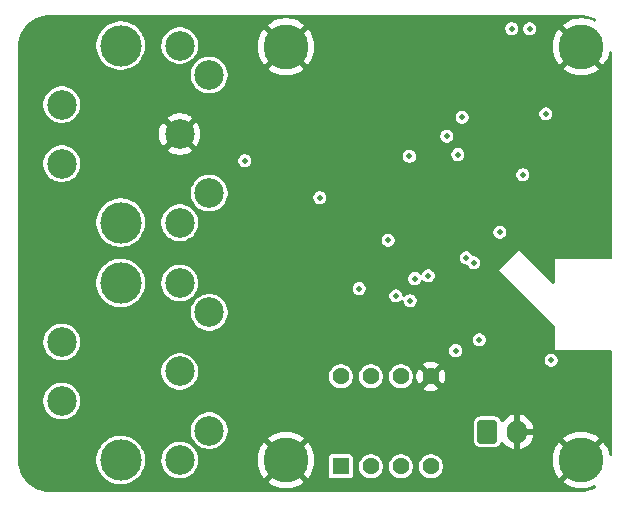
<source format=gbr>
%TF.GenerationSoftware,KiCad,Pcbnew,9.0.0*%
%TF.CreationDate,2025-04-07T16:50:41+02:00*%
%TF.ProjectId,TP_PROJ_S5,54505f50-524f-44a5-9f53-352e6b696361,rev?*%
%TF.SameCoordinates,Original*%
%TF.FileFunction,Copper,L2,Inr*%
%TF.FilePolarity,Positive*%
%FSLAX46Y46*%
G04 Gerber Fmt 4.6, Leading zero omitted, Abs format (unit mm)*
G04 Created by KiCad (PCBNEW 9.0.0) date 2025-04-07 16:50:41*
%MOMM*%
%LPD*%
G01*
G04 APERTURE LIST*
G04 Aperture macros list*
%AMRoundRect*
0 Rectangle with rounded corners*
0 $1 Rounding radius*
0 $2 $3 $4 $5 $6 $7 $8 $9 X,Y pos of 4 corners*
0 Add a 4 corners polygon primitive as box body*
4,1,4,$2,$3,$4,$5,$6,$7,$8,$9,$2,$3,0*
0 Add four circle primitives for the rounded corners*
1,1,$1+$1,$2,$3*
1,1,$1+$1,$4,$5*
1,1,$1+$1,$6,$7*
1,1,$1+$1,$8,$9*
0 Add four rect primitives between the rounded corners*
20,1,$1+$1,$2,$3,$4,$5,0*
20,1,$1+$1,$4,$5,$6,$7,0*
20,1,$1+$1,$6,$7,$8,$9,0*
20,1,$1+$1,$8,$9,$2,$3,0*%
G04 Aperture macros list end*
%TA.AperFunction,ComponentPad*%
%ADD10C,2.500000*%
%TD*%
%TA.AperFunction,ComponentPad*%
%ADD11C,3.500000*%
%TD*%
%TA.AperFunction,ComponentPad*%
%ADD12C,3.800000*%
%TD*%
%TA.AperFunction,ComponentPad*%
%ADD13R,1.438000X1.438000*%
%TD*%
%TA.AperFunction,ComponentPad*%
%ADD14C,1.438000*%
%TD*%
%TA.AperFunction,ComponentPad*%
%ADD15RoundRect,0.250000X-0.600000X-0.750000X0.600000X-0.750000X0.600000X0.750000X-0.600000X0.750000X0*%
%TD*%
%TA.AperFunction,ComponentPad*%
%ADD16O,1.700000X2.000000*%
%TD*%
%TA.AperFunction,ViaPad*%
%ADD17C,0.500000*%
%TD*%
G04 APERTURE END LIST*
D10*
%TO.N,N/C*%
%TO.C,J4*%
X105000000Y-130000000D03*
X105000000Y-125000000D03*
%TO.N,Net-(D2-A)*%
X117500000Y-122500000D03*
%TO.N,Net-(J4-Pad4)*%
X117500000Y-132500000D03*
%TO.N,unconnected-(J4-Pad3)*%
X115000000Y-120000000D03*
%TO.N,unconnected-(J4-Pad2)*%
X115000000Y-127500000D03*
%TO.N,unconnected-(J4-Pad1)*%
X115000000Y-135000000D03*
D11*
%TO.N,*%
X110000000Y-135000000D03*
X110000000Y-120000000D03*
%TD*%
%TO.N,*%
%TO.C,J5*%
X110000000Y-99900000D03*
X110000000Y-114900000D03*
D10*
%TO.N,unconnected-(J5-Pad1)*%
X115000000Y-114900000D03*
%TO.N,GND*%
X115000000Y-107400000D03*
%TO.N,unconnected-(J5-Pad3)*%
X115000000Y-99900000D03*
%TO.N,Net-(J5-Pad4)*%
X117500000Y-112400000D03*
%TO.N,Net-(J5-Pad5)*%
X117500000Y-102400000D03*
%TO.N,N/C*%
X105000000Y-104900000D03*
X105000000Y-109900000D03*
%TD*%
D12*
%TO.N,GND*%
%TO.C,H4*%
X149000000Y-135000000D03*
%TD*%
%TO.N,GND*%
%TO.C,H1*%
X124000000Y-100000000D03*
%TD*%
%TO.N,GND*%
%TO.C,H3*%
X124000000Y-135000000D03*
%TD*%
%TO.N,GND*%
%TO.C,H2*%
X149000000Y-100000000D03*
%TD*%
D13*
%TO.N,unconnected-(U4-NC-Pad1)*%
%TO.C,U4*%
X128640000Y-135540000D03*
D14*
%TO.N,Net-(D2-K)*%
X131180000Y-135540000D03*
%TO.N,unconnected-(U4-VO1-Pad7)*%
X131180000Y-127920000D03*
%TO.N,unconnected-(U4-VCC-Pad8)*%
X128640000Y-127920000D03*
%TO.N,Net-(D2-A)*%
X133720000Y-135540000D03*
%TO.N,unconnected-(U4-NC-Pad4)*%
X136260000Y-135540000D03*
%TO.N,Net-(JP2-A)*%
X133720000Y-127920000D03*
%TO.N,GND*%
X136260000Y-127920000D03*
%TD*%
D15*
%TO.N,BATT*%
%TO.C,J3*%
X141050000Y-132610000D03*
D16*
%TO.N,GND*%
X143550000Y-132610000D03*
%TD*%
D17*
%TO.N,GND*%
X144700000Y-122500000D03*
%TO.N,+3.3V*%
X120500000Y-109650000D03*
%TO.N,GND*%
X134400000Y-107200000D03*
X134700000Y-113700000D03*
X136600000Y-111700000D03*
X135700000Y-112700000D03*
X135700000Y-114700000D03*
X137600000Y-112700000D03*
X138600000Y-113700000D03*
X137600000Y-114600000D03*
X136600000Y-115700000D03*
X136600000Y-113700000D03*
X141300000Y-118500000D03*
X144300000Y-115800000D03*
X140400000Y-107200000D03*
%TO.N,+3.3V*%
X133300000Y-121100000D03*
X139900000Y-118300000D03*
%TO.N,/stm32/VCP_RX*%
X139250000Y-117880000D03*
X146000000Y-105680000D03*
%TO.N,+3.3V*%
X142100000Y-115705000D03*
%TO.N,/stm32/VCP_TX*%
X137600000Y-107580000D03*
X144623354Y-98500000D03*
%TO.N,/stm32/NRST*%
X143098198Y-98468628D03*
X130200000Y-120480000D03*
%TO.N,+3.3V*%
X138550000Y-109130000D03*
X134450000Y-109280000D03*
X138900000Y-105980000D03*
%TO.N,GND*%
X141450000Y-106030000D03*
X140750000Y-109180000D03*
%TO.N,Net-(U1-PH3)*%
X144050000Y-110830000D03*
X132650000Y-116380000D03*
%TO.N,GND*%
X126850000Y-111230000D03*
%TO.N,+3.3V*%
X126850000Y-112780000D03*
%TO.N,/stm32/TX_MIDI*%
X134500000Y-121500000D03*
X136030729Y-119400000D03*
%TO.N,+3.3V*%
X134879729Y-119630000D03*
%TO.N,GND*%
X134350000Y-120280000D03*
X127710589Y-118469411D03*
%TO.N,+3.3V*%
X138350000Y-125730000D03*
X140370000Y-124810000D03*
%TO.N,GND*%
X148250000Y-129930000D03*
%TO.N,+3.3V*%
X146450000Y-126530000D03*
%TD*%
%TA.AperFunction,Conductor*%
%TO.N,GND*%
G36*
X148903472Y-97300695D02*
G01*
X149195306Y-97317084D01*
X149209103Y-97318638D01*
X149493827Y-97367015D01*
X149507384Y-97370109D01*
X149784899Y-97450060D01*
X149798025Y-97454653D01*
X150064841Y-97565172D01*
X150077355Y-97571198D01*
X150200915Y-97639487D01*
X150250068Y-97689144D01*
X150264571Y-97757491D01*
X150239821Y-97822831D01*
X150183675Y-97864416D01*
X150113959Y-97869045D01*
X150087133Y-97859735D01*
X149919903Y-97779201D01*
X149919881Y-97779192D01*
X149665463Y-97690167D01*
X149665451Y-97690163D01*
X149402651Y-97630181D01*
X149402633Y-97630178D01*
X149134787Y-97600000D01*
X148865212Y-97600000D01*
X148597366Y-97630178D01*
X148597348Y-97630181D01*
X148334548Y-97690163D01*
X148334536Y-97690167D01*
X148080118Y-97779192D01*
X148080104Y-97779198D01*
X147837247Y-97896152D01*
X147609001Y-98039568D01*
X147488899Y-98135345D01*
X148417263Y-99063709D01*
X148283398Y-99160967D01*
X148160967Y-99283398D01*
X148063709Y-99417262D01*
X147135345Y-98488899D01*
X147039568Y-98609001D01*
X146896152Y-98837247D01*
X146779198Y-99080104D01*
X146779192Y-99080118D01*
X146690167Y-99334536D01*
X146690163Y-99334548D01*
X146630181Y-99597348D01*
X146630178Y-99597366D01*
X146600000Y-99865212D01*
X146600000Y-100134787D01*
X146630178Y-100402633D01*
X146630181Y-100402651D01*
X146690163Y-100665451D01*
X146690167Y-100665463D01*
X146779192Y-100919881D01*
X146779198Y-100919895D01*
X146896152Y-101162752D01*
X147039568Y-101390998D01*
X147135346Y-101511099D01*
X148063708Y-100582736D01*
X148160967Y-100716602D01*
X148283398Y-100839033D01*
X148417262Y-100936290D01*
X147488899Y-101864652D01*
X147488900Y-101864653D01*
X147608993Y-101960427D01*
X147608997Y-101960429D01*
X147837247Y-102103847D01*
X148080104Y-102220801D01*
X148080118Y-102220807D01*
X148334536Y-102309832D01*
X148334548Y-102309836D01*
X148597348Y-102369818D01*
X148597366Y-102369821D01*
X148865212Y-102399999D01*
X148865216Y-102400000D01*
X149134784Y-102400000D01*
X149134787Y-102399999D01*
X149402633Y-102369821D01*
X149402651Y-102369818D01*
X149665451Y-102309836D01*
X149665463Y-102309832D01*
X149919881Y-102220807D01*
X149919895Y-102220801D01*
X150162752Y-102103847D01*
X150390999Y-101960431D01*
X150511098Y-101864653D01*
X150511099Y-101864652D01*
X149582737Y-100936290D01*
X149716602Y-100839033D01*
X149839033Y-100716602D01*
X149936290Y-100582737D01*
X150864652Y-101511099D01*
X150864653Y-101511098D01*
X150960431Y-101390999D01*
X151103847Y-101162752D01*
X151220801Y-100919895D01*
X151220807Y-100919881D01*
X151309832Y-100665463D01*
X151309836Y-100665451D01*
X151354609Y-100469288D01*
X151388718Y-100408309D01*
X151450379Y-100375451D01*
X151520016Y-100381146D01*
X151575520Y-100423586D01*
X151599268Y-100489296D01*
X151599500Y-100496880D01*
X151599500Y-117876000D01*
X151579815Y-117943039D01*
X151527011Y-117988794D01*
X151475500Y-118000000D01*
X146730199Y-118000000D01*
X146730199Y-119930837D01*
X146710514Y-119997876D01*
X146657710Y-120043631D01*
X146588552Y-120053575D01*
X146524996Y-120024550D01*
X146518518Y-120018518D01*
X143700000Y-117200000D01*
X142000000Y-118900000D01*
X146693880Y-123593880D01*
X146727365Y-123655203D01*
X146730199Y-123681561D01*
X146730199Y-125700000D01*
X151475500Y-125700000D01*
X151542539Y-125719685D01*
X151588294Y-125772489D01*
X151599500Y-125824000D01*
X151599500Y-134503119D01*
X151579815Y-134570158D01*
X151527011Y-134615913D01*
X151457853Y-134625857D01*
X151394297Y-134596832D01*
X151356523Y-134538054D01*
X151354609Y-134530712D01*
X151309835Y-134334544D01*
X151309832Y-134334536D01*
X151220807Y-134080118D01*
X151220801Y-134080104D01*
X151103847Y-133837247D01*
X150960429Y-133608997D01*
X150960427Y-133608993D01*
X150864653Y-133488900D01*
X150864652Y-133488899D01*
X149936290Y-134417262D01*
X149839033Y-134283398D01*
X149716602Y-134160967D01*
X149582736Y-134063709D01*
X150511099Y-133135346D01*
X150390998Y-133039568D01*
X150162752Y-132896152D01*
X149919895Y-132779198D01*
X149919881Y-132779192D01*
X149665463Y-132690167D01*
X149665451Y-132690163D01*
X149402651Y-132630181D01*
X149402633Y-132630178D01*
X149134787Y-132600000D01*
X148865212Y-132600000D01*
X148597366Y-132630178D01*
X148597348Y-132630181D01*
X148334548Y-132690163D01*
X148334536Y-132690167D01*
X148080118Y-132779192D01*
X148080104Y-132779198D01*
X147837247Y-132896152D01*
X147609001Y-133039568D01*
X147488899Y-133135345D01*
X148417263Y-134063709D01*
X148283398Y-134160967D01*
X148160967Y-134283398D01*
X148063709Y-134417262D01*
X147135345Y-133488899D01*
X147039568Y-133609001D01*
X146896152Y-133837247D01*
X146779198Y-134080104D01*
X146779192Y-134080118D01*
X146690167Y-134334536D01*
X146690163Y-134334548D01*
X146630181Y-134597348D01*
X146630178Y-134597366D01*
X146600000Y-134865212D01*
X146600000Y-135134787D01*
X146630178Y-135402633D01*
X146630181Y-135402651D01*
X146690163Y-135665451D01*
X146690167Y-135665463D01*
X146779192Y-135919881D01*
X146779198Y-135919895D01*
X146896152Y-136162752D01*
X147039568Y-136390998D01*
X147135346Y-136511099D01*
X148063708Y-135582736D01*
X148160967Y-135716602D01*
X148283398Y-135839033D01*
X148417262Y-135936290D01*
X147488899Y-136864652D01*
X147488900Y-136864653D01*
X147608993Y-136960427D01*
X147608997Y-136960429D01*
X147837247Y-137103847D01*
X148080104Y-137220801D01*
X148080118Y-137220807D01*
X148334536Y-137309832D01*
X148334548Y-137309836D01*
X148597348Y-137369818D01*
X148597366Y-137369821D01*
X148865212Y-137399999D01*
X148865216Y-137400000D01*
X149134784Y-137400000D01*
X149134787Y-137399999D01*
X149402633Y-137369821D01*
X149402651Y-137369818D01*
X149665451Y-137309836D01*
X149665463Y-137309832D01*
X149919881Y-137220807D01*
X149919895Y-137220801D01*
X150087132Y-137140264D01*
X150156073Y-137128912D01*
X150220208Y-137156634D01*
X150259174Y-137214629D01*
X150260599Y-137284484D01*
X150224032Y-137344021D01*
X150200915Y-137360512D01*
X150077362Y-137428797D01*
X150064834Y-137434830D01*
X149798024Y-137545346D01*
X149784899Y-137549939D01*
X149507384Y-137629890D01*
X149493827Y-137632984D01*
X149209114Y-137681359D01*
X149195296Y-137682916D01*
X148903472Y-137699305D01*
X148896519Y-137699500D01*
X104003481Y-137699500D01*
X103996528Y-137699305D01*
X103704703Y-137682916D01*
X103690885Y-137681359D01*
X103406172Y-137632984D01*
X103392615Y-137629890D01*
X103115100Y-137549939D01*
X103101975Y-137545346D01*
X102835165Y-137434830D01*
X102822637Y-137428797D01*
X102569874Y-137289100D01*
X102558100Y-137281702D01*
X102322569Y-137114584D01*
X102311697Y-137105914D01*
X102148899Y-136960429D01*
X102096355Y-136913473D01*
X102086524Y-136903642D01*
X102051681Y-136864653D01*
X101894085Y-136688302D01*
X101885415Y-136677430D01*
X101718297Y-136441899D01*
X101710899Y-136430125D01*
X101656609Y-136331894D01*
X101571198Y-136177355D01*
X101565172Y-136164841D01*
X101454653Y-135898024D01*
X101450060Y-135884899D01*
X101370109Y-135607384D01*
X101367015Y-135593827D01*
X101340808Y-135439583D01*
X101318638Y-135309103D01*
X101317084Y-135295306D01*
X101300695Y-135003472D01*
X101300500Y-134996519D01*
X101300500Y-134865602D01*
X107949500Y-134865602D01*
X107949500Y-135134397D01*
X107984582Y-135400880D01*
X107984583Y-135400885D01*
X107984584Y-135400891D01*
X107994952Y-135439585D01*
X108054152Y-135660524D01*
X108157011Y-135908850D01*
X108157019Y-135908866D01*
X108215458Y-136010083D01*
X108291413Y-136141641D01*
X108291415Y-136141644D01*
X108291416Y-136141645D01*
X108455042Y-136354888D01*
X108455048Y-136354895D01*
X108645104Y-136544951D01*
X108645111Y-136544957D01*
X108664060Y-136559497D01*
X108858359Y-136708587D01*
X109007968Y-136794964D01*
X109091133Y-136842980D01*
X109091149Y-136842988D01*
X109237582Y-136903642D01*
X109339474Y-136945847D01*
X109599109Y-137015416D01*
X109787319Y-137040193D01*
X109865602Y-137050500D01*
X109865603Y-137050500D01*
X110134398Y-137050500D01*
X110194905Y-137042534D01*
X110400891Y-137015416D01*
X110660526Y-136945847D01*
X110847457Y-136868417D01*
X110908850Y-136842988D01*
X110908851Y-136842986D01*
X110908859Y-136842984D01*
X111141641Y-136708587D01*
X111354890Y-136544956D01*
X111544956Y-136354890D01*
X111708587Y-136141641D01*
X111842984Y-135908859D01*
X111945847Y-135660526D01*
X112015416Y-135400891D01*
X112050500Y-135134397D01*
X112050500Y-134877973D01*
X113449500Y-134877973D01*
X113449500Y-135122027D01*
X113451521Y-135134787D01*
X113486170Y-135353554D01*
X113487679Y-135363076D01*
X113512539Y-135439588D01*
X113563097Y-135595187D01*
X113673896Y-135812642D01*
X113817339Y-136010076D01*
X113817343Y-136010081D01*
X113989918Y-136182656D01*
X113989923Y-136182660D01*
X113999883Y-136189896D01*
X114187361Y-136326106D01*
X114404815Y-136436904D01*
X114636924Y-136512321D01*
X114877973Y-136550500D01*
X114877974Y-136550500D01*
X115122026Y-136550500D01*
X115122027Y-136550500D01*
X115363076Y-136512321D01*
X115595185Y-136436904D01*
X115812639Y-136326106D01*
X116010083Y-136182655D01*
X116182655Y-136010083D01*
X116326106Y-135812639D01*
X116436904Y-135595185D01*
X116512321Y-135363076D01*
X116550500Y-135122027D01*
X116550500Y-134877973D01*
X116548479Y-134865212D01*
X121600000Y-134865212D01*
X121600000Y-135134787D01*
X121630178Y-135402633D01*
X121630181Y-135402651D01*
X121690163Y-135665451D01*
X121690167Y-135665463D01*
X121779192Y-135919881D01*
X121779198Y-135919895D01*
X121896152Y-136162752D01*
X122039568Y-136390998D01*
X122135346Y-136511099D01*
X123063708Y-135582736D01*
X123160967Y-135716602D01*
X123283398Y-135839033D01*
X123417262Y-135936290D01*
X122488899Y-136864652D01*
X122488900Y-136864653D01*
X122608993Y-136960427D01*
X122608997Y-136960429D01*
X122837247Y-137103847D01*
X123080104Y-137220801D01*
X123080118Y-137220807D01*
X123334536Y-137309832D01*
X123334548Y-137309836D01*
X123597348Y-137369818D01*
X123597366Y-137369821D01*
X123865212Y-137399999D01*
X123865216Y-137400000D01*
X124134784Y-137400000D01*
X124134787Y-137399999D01*
X124402633Y-137369821D01*
X124402651Y-137369818D01*
X124665451Y-137309836D01*
X124665463Y-137309832D01*
X124919881Y-137220807D01*
X124919895Y-137220801D01*
X125162752Y-137103847D01*
X125390999Y-136960431D01*
X125511098Y-136864653D01*
X125511099Y-136864652D01*
X124582737Y-135936290D01*
X124716602Y-135839033D01*
X124839033Y-135716602D01*
X124936290Y-135582737D01*
X125864652Y-136511099D01*
X125864653Y-136511098D01*
X125960431Y-136390999D01*
X126103847Y-136162752D01*
X126220801Y-135919895D01*
X126220807Y-135919881D01*
X126309832Y-135665463D01*
X126309836Y-135665451D01*
X126369818Y-135402651D01*
X126369821Y-135402633D01*
X126399999Y-135134787D01*
X126400000Y-135134783D01*
X126400000Y-134865216D01*
X126399999Y-134865212D01*
X126391124Y-134786437D01*
X126389963Y-134776131D01*
X127620500Y-134776131D01*
X127620500Y-136303856D01*
X127620502Y-136303882D01*
X127623413Y-136328987D01*
X127623415Y-136328991D01*
X127668793Y-136431764D01*
X127668794Y-136431765D01*
X127748235Y-136511206D01*
X127851009Y-136556585D01*
X127876135Y-136559500D01*
X129403864Y-136559499D01*
X129403879Y-136559497D01*
X129403882Y-136559497D01*
X129428987Y-136556586D01*
X129428988Y-136556585D01*
X129428991Y-136556585D01*
X129531765Y-136511206D01*
X129611206Y-136431765D01*
X129656585Y-136328991D01*
X129659500Y-136303865D01*
X129659499Y-135439583D01*
X130160500Y-135439583D01*
X130160500Y-135640416D01*
X130199677Y-135837369D01*
X130199679Y-135837377D01*
X130276529Y-136022911D01*
X130276534Y-136022920D01*
X130388102Y-136189892D01*
X130388105Y-136189896D01*
X130530103Y-136331894D01*
X130530107Y-136331897D01*
X130697079Y-136443465D01*
X130697085Y-136443468D01*
X130697086Y-136443469D01*
X130882623Y-136520321D01*
X131079573Y-136559497D01*
X131079583Y-136559499D01*
X131079586Y-136559500D01*
X131079588Y-136559500D01*
X131280414Y-136559500D01*
X131280415Y-136559499D01*
X131477377Y-136520321D01*
X131662914Y-136443469D01*
X131829893Y-136331897D01*
X131971897Y-136189893D01*
X132083469Y-136022914D01*
X132160321Y-135837377D01*
X132199500Y-135640412D01*
X132199500Y-135439588D01*
X132199500Y-135439585D01*
X132199499Y-135439583D01*
X132700500Y-135439583D01*
X132700500Y-135640416D01*
X132739677Y-135837369D01*
X132739679Y-135837377D01*
X132816529Y-136022911D01*
X132816534Y-136022920D01*
X132928102Y-136189892D01*
X132928105Y-136189896D01*
X133070103Y-136331894D01*
X133070107Y-136331897D01*
X133237079Y-136443465D01*
X133237085Y-136443468D01*
X133237086Y-136443469D01*
X133422623Y-136520321D01*
X133619573Y-136559497D01*
X133619583Y-136559499D01*
X133619586Y-136559500D01*
X133619588Y-136559500D01*
X133820414Y-136559500D01*
X133820415Y-136559499D01*
X134017377Y-136520321D01*
X134202914Y-136443469D01*
X134369893Y-136331897D01*
X134511897Y-136189893D01*
X134623469Y-136022914D01*
X134700321Y-135837377D01*
X134739500Y-135640412D01*
X134739500Y-135439588D01*
X134739500Y-135439585D01*
X134739499Y-135439583D01*
X135240500Y-135439583D01*
X135240500Y-135640416D01*
X135279677Y-135837369D01*
X135279679Y-135837377D01*
X135356529Y-136022911D01*
X135356534Y-136022920D01*
X135468102Y-136189892D01*
X135468105Y-136189896D01*
X135610103Y-136331894D01*
X135610107Y-136331897D01*
X135777079Y-136443465D01*
X135777085Y-136443468D01*
X135777086Y-136443469D01*
X135962623Y-136520321D01*
X136159573Y-136559497D01*
X136159583Y-136559499D01*
X136159586Y-136559500D01*
X136159588Y-136559500D01*
X136360414Y-136559500D01*
X136360415Y-136559499D01*
X136557377Y-136520321D01*
X136742914Y-136443469D01*
X136909893Y-136331897D01*
X137051897Y-136189893D01*
X137163469Y-136022914D01*
X137240321Y-135837377D01*
X137279500Y-135640412D01*
X137279500Y-135439588D01*
X137279500Y-135439585D01*
X137279499Y-135439583D01*
X137240322Y-135242630D01*
X137240321Y-135242623D01*
X137163469Y-135057086D01*
X137163468Y-135057085D01*
X137163465Y-135057079D01*
X137078975Y-134930631D01*
X137051897Y-134890107D01*
X137051894Y-134890103D01*
X136909896Y-134748105D01*
X136909892Y-134748102D01*
X136742920Y-134636534D01*
X136742911Y-134636529D01*
X136557377Y-134559679D01*
X136557369Y-134559677D01*
X136360415Y-134520500D01*
X136360412Y-134520500D01*
X136159588Y-134520500D01*
X136159585Y-134520500D01*
X135962630Y-134559677D01*
X135962622Y-134559679D01*
X135777088Y-134636529D01*
X135777079Y-134636534D01*
X135610107Y-134748102D01*
X135610103Y-134748105D01*
X135468105Y-134890103D01*
X135468102Y-134890107D01*
X135356534Y-135057079D01*
X135356529Y-135057088D01*
X135279679Y-135242622D01*
X135279677Y-135242630D01*
X135240500Y-135439583D01*
X134739499Y-135439583D01*
X134700322Y-135242630D01*
X134700321Y-135242623D01*
X134623469Y-135057086D01*
X134623468Y-135057085D01*
X134623465Y-135057079D01*
X134511897Y-134890107D01*
X134511894Y-134890103D01*
X134369896Y-134748105D01*
X134369892Y-134748102D01*
X134202920Y-134636534D01*
X134202911Y-134636529D01*
X134017377Y-134559679D01*
X134017369Y-134559677D01*
X133820415Y-134520500D01*
X133820412Y-134520500D01*
X133619588Y-134520500D01*
X133619585Y-134520500D01*
X133422630Y-134559677D01*
X133422622Y-134559679D01*
X133237088Y-134636529D01*
X133237079Y-134636534D01*
X133070107Y-134748102D01*
X133070103Y-134748105D01*
X132928105Y-134890103D01*
X132928102Y-134890107D01*
X132816534Y-135057079D01*
X132816529Y-135057088D01*
X132739679Y-135242622D01*
X132739677Y-135242630D01*
X132700500Y-135439583D01*
X132199499Y-135439583D01*
X132160322Y-135242630D01*
X132160321Y-135242623D01*
X132083469Y-135057086D01*
X132083468Y-135057085D01*
X132083465Y-135057079D01*
X131971897Y-134890107D01*
X131971894Y-134890103D01*
X131829896Y-134748105D01*
X131829892Y-134748102D01*
X131662920Y-134636534D01*
X131662911Y-134636529D01*
X131477377Y-134559679D01*
X131477369Y-134559677D01*
X131280415Y-134520500D01*
X131280412Y-134520500D01*
X131079588Y-134520500D01*
X131079585Y-134520500D01*
X130882630Y-134559677D01*
X130882622Y-134559679D01*
X130697088Y-134636529D01*
X130697079Y-134636534D01*
X130530107Y-134748102D01*
X130530103Y-134748105D01*
X130388105Y-134890103D01*
X130388102Y-134890107D01*
X130276534Y-135057079D01*
X130276529Y-135057088D01*
X130199679Y-135242622D01*
X130199677Y-135242630D01*
X130160500Y-135439583D01*
X129659499Y-135439583D01*
X129659499Y-134776136D01*
X129659497Y-134776117D01*
X129656586Y-134751012D01*
X129656585Y-134751010D01*
X129656585Y-134751009D01*
X129611206Y-134648235D01*
X129531765Y-134568794D01*
X129531763Y-134568793D01*
X129428992Y-134523415D01*
X129403865Y-134520500D01*
X127876143Y-134520500D01*
X127876117Y-134520502D01*
X127851012Y-134523413D01*
X127851008Y-134523415D01*
X127748235Y-134568793D01*
X127668794Y-134648234D01*
X127623415Y-134751006D01*
X127623415Y-134751008D01*
X127620500Y-134776131D01*
X126389963Y-134776131D01*
X126369821Y-134597366D01*
X126369818Y-134597348D01*
X126309836Y-134334548D01*
X126309832Y-134334536D01*
X126220807Y-134080118D01*
X126220801Y-134080104D01*
X126103847Y-133837247D01*
X125960429Y-133608997D01*
X125960427Y-133608993D01*
X125864653Y-133488900D01*
X125864652Y-133488899D01*
X124936290Y-134417262D01*
X124839033Y-134283398D01*
X124716602Y-134160967D01*
X124582736Y-134063709D01*
X125511099Y-133135346D01*
X125390998Y-133039568D01*
X125162752Y-132896152D01*
X124919895Y-132779198D01*
X124919881Y-132779192D01*
X124665463Y-132690167D01*
X124665451Y-132690163D01*
X124402651Y-132630181D01*
X124402633Y-132630178D01*
X124134787Y-132600000D01*
X123865212Y-132600000D01*
X123597366Y-132630178D01*
X123597348Y-132630181D01*
X123334548Y-132690163D01*
X123334536Y-132690167D01*
X123080118Y-132779192D01*
X123080104Y-132779198D01*
X122837247Y-132896152D01*
X122609001Y-133039568D01*
X122488899Y-133135345D01*
X123417263Y-134063709D01*
X123283398Y-134160967D01*
X123160967Y-134283398D01*
X123063709Y-134417262D01*
X122135345Y-133488899D01*
X122039568Y-133609001D01*
X121896152Y-133837247D01*
X121779198Y-134080104D01*
X121779192Y-134080118D01*
X121690167Y-134334536D01*
X121690163Y-134334548D01*
X121630181Y-134597348D01*
X121630178Y-134597366D01*
X121600000Y-134865212D01*
X116548479Y-134865212D01*
X116512321Y-134636924D01*
X116436904Y-134404815D01*
X116326106Y-134187361D01*
X116256204Y-134091149D01*
X116182660Y-133989923D01*
X116182656Y-133989918D01*
X116010081Y-133817343D01*
X116010076Y-133817339D01*
X115812642Y-133673896D01*
X115812641Y-133673895D01*
X115812639Y-133673894D01*
X115595185Y-133563096D01*
X115363076Y-133487679D01*
X115363074Y-133487678D01*
X115363072Y-133487678D01*
X115157055Y-133455048D01*
X115122027Y-133449500D01*
X114877973Y-133449500D01*
X114842983Y-133455042D01*
X114636927Y-133487678D01*
X114404812Y-133563097D01*
X114187357Y-133673896D01*
X113989923Y-133817339D01*
X113989918Y-133817343D01*
X113817343Y-133989918D01*
X113817339Y-133989923D01*
X113673896Y-134187357D01*
X113563097Y-134404812D01*
X113487678Y-134636927D01*
X113463998Y-134786437D01*
X113449500Y-134877973D01*
X112050500Y-134877973D01*
X112050500Y-134865603D01*
X112015416Y-134599109D01*
X111945847Y-134339474D01*
X111871907Y-134160967D01*
X111842988Y-134091149D01*
X111842980Y-134091133D01*
X111753935Y-133936904D01*
X111708587Y-133858359D01*
X111544956Y-133645110D01*
X111544951Y-133645104D01*
X111354895Y-133455048D01*
X111354888Y-133455042D01*
X111141645Y-133291416D01*
X111141644Y-133291415D01*
X111141641Y-133291413D01*
X111048832Y-133237830D01*
X110908866Y-133157019D01*
X110908850Y-133157011D01*
X110660524Y-133054152D01*
X110496114Y-133010099D01*
X110400891Y-132984584D01*
X110400885Y-132984583D01*
X110400880Y-132984582D01*
X110134398Y-132949500D01*
X110134397Y-132949500D01*
X109865603Y-132949500D01*
X109865602Y-132949500D01*
X109599119Y-132984582D01*
X109599112Y-132984583D01*
X109599109Y-132984584D01*
X109544239Y-132999286D01*
X109339475Y-133054152D01*
X109091149Y-133157011D01*
X109091133Y-133157019D01*
X108858354Y-133291416D01*
X108645111Y-133455042D01*
X108645104Y-133455048D01*
X108455048Y-133645104D01*
X108455042Y-133645111D01*
X108291416Y-133858354D01*
X108157019Y-134091133D01*
X108157011Y-134091149D01*
X108054152Y-134339475D01*
X107984585Y-134599106D01*
X107984582Y-134599119D01*
X107949500Y-134865602D01*
X101300500Y-134865602D01*
X101300500Y-132377973D01*
X115949500Y-132377973D01*
X115949500Y-132622027D01*
X115958021Y-132675826D01*
X115987191Y-132860000D01*
X115987679Y-132863076D01*
X116063096Y-133095185D01*
X116163080Y-133291416D01*
X116173896Y-133312642D01*
X116317339Y-133510076D01*
X116317343Y-133510081D01*
X116489918Y-133682656D01*
X116489923Y-133682660D01*
X116637284Y-133789723D01*
X116687361Y-133826106D01*
X116904815Y-133936904D01*
X117136924Y-134012321D01*
X117377973Y-134050500D01*
X117377974Y-134050500D01*
X117622026Y-134050500D01*
X117622027Y-134050500D01*
X117863076Y-134012321D01*
X118095185Y-133936904D01*
X118312639Y-133826106D01*
X118510083Y-133682655D01*
X118682655Y-133510083D01*
X118826106Y-133312639D01*
X118936904Y-133095185D01*
X119012321Y-132863076D01*
X119050500Y-132622027D01*
X119050500Y-132377973D01*
X119012321Y-132136924D01*
X118936904Y-131904815D01*
X118936901Y-131904809D01*
X118918905Y-131869488D01*
X118918904Y-131869487D01*
X118892108Y-131816898D01*
X139899500Y-131816898D01*
X139899500Y-133403102D01*
X139904005Y-133440617D01*
X139910122Y-133491561D01*
X139965639Y-133632343D01*
X140057077Y-133752922D01*
X140177656Y-133844360D01*
X140177657Y-133844360D01*
X140177658Y-133844361D01*
X140318436Y-133899877D01*
X140406898Y-133910500D01*
X140406903Y-133910500D01*
X141693097Y-133910500D01*
X141693102Y-133910500D01*
X141781564Y-133899877D01*
X141922342Y-133844361D01*
X142042922Y-133752922D01*
X142134361Y-133632342D01*
X142185433Y-133502832D01*
X142228338Y-133447690D01*
X142294246Y-133424497D01*
X142362230Y-133440617D01*
X142401105Y-133475439D01*
X142520272Y-133639459D01*
X142520276Y-133639464D01*
X142670535Y-133789723D01*
X142670540Y-133789727D01*
X142842442Y-133914620D01*
X143031782Y-134011095D01*
X143233871Y-134076757D01*
X143300000Y-134087231D01*
X143300000Y-133043012D01*
X143357007Y-133075925D01*
X143484174Y-133110000D01*
X143615826Y-133110000D01*
X143742993Y-133075925D01*
X143800000Y-133043012D01*
X143800000Y-134087230D01*
X143866126Y-134076757D01*
X143866129Y-134076757D01*
X144068217Y-134011095D01*
X144257557Y-133914620D01*
X144429459Y-133789727D01*
X144429464Y-133789723D01*
X144579723Y-133639464D01*
X144579727Y-133639459D01*
X144704620Y-133467557D01*
X144801095Y-133278217D01*
X144844226Y-133145474D01*
X144866757Y-133076130D01*
X144866757Y-133076127D01*
X144900000Y-132866246D01*
X144900000Y-132860000D01*
X143983012Y-132860000D01*
X144015925Y-132802993D01*
X144050000Y-132675826D01*
X144050000Y-132544174D01*
X144015925Y-132417007D01*
X143983012Y-132360000D01*
X144900000Y-132360000D01*
X144900000Y-132353753D01*
X144866757Y-132143872D01*
X144866757Y-132143869D01*
X144801095Y-131941782D01*
X144704620Y-131752442D01*
X144579727Y-131580540D01*
X144579723Y-131580535D01*
X144429464Y-131430276D01*
X144429459Y-131430272D01*
X144257557Y-131305379D01*
X144068215Y-131208903D01*
X143866124Y-131143241D01*
X143800000Y-131132768D01*
X143800000Y-132176988D01*
X143742993Y-132144075D01*
X143615826Y-132110000D01*
X143484174Y-132110000D01*
X143357007Y-132144075D01*
X143300000Y-132176988D01*
X143300000Y-131132768D01*
X143299999Y-131132768D01*
X143233875Y-131143241D01*
X143031784Y-131208903D01*
X142842442Y-131305379D01*
X142670540Y-131430272D01*
X142670535Y-131430276D01*
X142520276Y-131580535D01*
X142520272Y-131580540D01*
X142401105Y-131744560D01*
X142345775Y-131787226D01*
X142276162Y-131793205D01*
X142214367Y-131760599D01*
X142185433Y-131717165D01*
X142134362Y-131587660D01*
X142134361Y-131587658D01*
X142042922Y-131467077D01*
X141922343Y-131375639D01*
X141826192Y-131337722D01*
X141781564Y-131320123D01*
X141781563Y-131320122D01*
X141781561Y-131320122D01*
X141735926Y-131314642D01*
X141693102Y-131309500D01*
X140406898Y-131309500D01*
X140367853Y-131314188D01*
X140318438Y-131320122D01*
X140177656Y-131375639D01*
X140057077Y-131467077D01*
X139965639Y-131587656D01*
X139910122Y-131728438D01*
X139904188Y-131777853D01*
X139899500Y-131816898D01*
X118892108Y-131816898D01*
X118880036Y-131793205D01*
X118826106Y-131687361D01*
X118753668Y-131587658D01*
X118682660Y-131489923D01*
X118682656Y-131489918D01*
X118510081Y-131317343D01*
X118510076Y-131317339D01*
X118312642Y-131173896D01*
X118312641Y-131173895D01*
X118312639Y-131173894D01*
X118095185Y-131063096D01*
X117863076Y-130987679D01*
X117863074Y-130987678D01*
X117863072Y-130987678D01*
X117694769Y-130961021D01*
X117622027Y-130949500D01*
X117377973Y-130949500D01*
X117322093Y-130958350D01*
X117136927Y-130987678D01*
X116904812Y-131063097D01*
X116687357Y-131173896D01*
X116489923Y-131317339D01*
X116489918Y-131317343D01*
X116317343Y-131489918D01*
X116317339Y-131489923D01*
X116173896Y-131687357D01*
X116063097Y-131904812D01*
X115987678Y-132136927D01*
X115986546Y-132144075D01*
X115949500Y-132377973D01*
X101300500Y-132377973D01*
X101300500Y-129877973D01*
X103449500Y-129877973D01*
X103449500Y-130122026D01*
X103487678Y-130363072D01*
X103563097Y-130595187D01*
X103673896Y-130812642D01*
X103817339Y-131010076D01*
X103817343Y-131010081D01*
X103989918Y-131182656D01*
X103989923Y-131182660D01*
X104026044Y-131208903D01*
X104187361Y-131326106D01*
X104404815Y-131436904D01*
X104636924Y-131512321D01*
X104877973Y-131550500D01*
X104877974Y-131550500D01*
X105122026Y-131550500D01*
X105122027Y-131550500D01*
X105363076Y-131512321D01*
X105595185Y-131436904D01*
X105812639Y-131326106D01*
X106010083Y-131182655D01*
X106182655Y-131010083D01*
X106326106Y-130812639D01*
X106436904Y-130595185D01*
X106512321Y-130363076D01*
X106550500Y-130122027D01*
X106550500Y-129877973D01*
X106512321Y-129636924D01*
X106436904Y-129404815D01*
X106326106Y-129187361D01*
X106226082Y-129049689D01*
X106182660Y-128989923D01*
X106182656Y-128989918D01*
X106010081Y-128817343D01*
X106010076Y-128817339D01*
X105812642Y-128673896D01*
X105812641Y-128673895D01*
X105812639Y-128673894D01*
X105595185Y-128563096D01*
X105363076Y-128487679D01*
X105363074Y-128487678D01*
X105363072Y-128487678D01*
X105194769Y-128461021D01*
X105122027Y-128449500D01*
X104877973Y-128449500D01*
X104822093Y-128458350D01*
X104636927Y-128487678D01*
X104404812Y-128563097D01*
X104187357Y-128673896D01*
X103989923Y-128817339D01*
X103989918Y-128817343D01*
X103817343Y-128989918D01*
X103817339Y-128989923D01*
X103673896Y-129187357D01*
X103563097Y-129404812D01*
X103487678Y-129636927D01*
X103449500Y-129877973D01*
X101300500Y-129877973D01*
X101300500Y-127377973D01*
X113449500Y-127377973D01*
X113449500Y-127622027D01*
X113449596Y-127622630D01*
X113487678Y-127863072D01*
X113487678Y-127863074D01*
X113487679Y-127863076D01*
X113563096Y-128095185D01*
X113653979Y-128273554D01*
X113673896Y-128312642D01*
X113817339Y-128510076D01*
X113817343Y-128510081D01*
X113989918Y-128682656D01*
X113989923Y-128682660D01*
X114030165Y-128711897D01*
X114187361Y-128826106D01*
X114404815Y-128936904D01*
X114636924Y-129012321D01*
X114877973Y-129050500D01*
X114877974Y-129050500D01*
X115122026Y-129050500D01*
X115122027Y-129050500D01*
X115363076Y-129012321D01*
X115595185Y-128936904D01*
X115812639Y-128826106D01*
X116010083Y-128682655D01*
X116182655Y-128510083D01*
X116326106Y-128312639D01*
X116436904Y-128095185D01*
X116512321Y-127863076D01*
X116519210Y-127819583D01*
X127620500Y-127819583D01*
X127620500Y-128020416D01*
X127659677Y-128217369D01*
X127659679Y-128217377D01*
X127736529Y-128402911D01*
X127736534Y-128402920D01*
X127848102Y-128569892D01*
X127848105Y-128569896D01*
X127990103Y-128711894D01*
X127990107Y-128711897D01*
X128157079Y-128823465D01*
X128157085Y-128823468D01*
X128157086Y-128823469D01*
X128342623Y-128900321D01*
X128526527Y-128936902D01*
X128539583Y-128939499D01*
X128539586Y-128939500D01*
X128539588Y-128939500D01*
X128740414Y-128939500D01*
X128740415Y-128939499D01*
X128937377Y-128900321D01*
X129122914Y-128823469D01*
X129289893Y-128711897D01*
X129431897Y-128569893D01*
X129543469Y-128402914D01*
X129620321Y-128217377D01*
X129659500Y-128020412D01*
X129659500Y-127819588D01*
X129659500Y-127819585D01*
X129659499Y-127819583D01*
X130160500Y-127819583D01*
X130160500Y-128020416D01*
X130199677Y-128217369D01*
X130199679Y-128217377D01*
X130276529Y-128402911D01*
X130276534Y-128402920D01*
X130388102Y-128569892D01*
X130388105Y-128569896D01*
X130530103Y-128711894D01*
X130530107Y-128711897D01*
X130697079Y-128823465D01*
X130697085Y-128823468D01*
X130697086Y-128823469D01*
X130882623Y-128900321D01*
X131066527Y-128936902D01*
X131079583Y-128939499D01*
X131079586Y-128939500D01*
X131079588Y-128939500D01*
X131280414Y-128939500D01*
X131280415Y-128939499D01*
X131477377Y-128900321D01*
X131662914Y-128823469D01*
X131829893Y-128711897D01*
X131971897Y-128569893D01*
X132083469Y-128402914D01*
X132160321Y-128217377D01*
X132199500Y-128020412D01*
X132199500Y-127819588D01*
X132199500Y-127819585D01*
X132199499Y-127819583D01*
X132700500Y-127819583D01*
X132700500Y-128020416D01*
X132739677Y-128217369D01*
X132739679Y-128217377D01*
X132816529Y-128402911D01*
X132816534Y-128402920D01*
X132928102Y-128569892D01*
X132928105Y-128569896D01*
X133070103Y-128711894D01*
X133070107Y-128711897D01*
X133237079Y-128823465D01*
X133237085Y-128823468D01*
X133237086Y-128823469D01*
X133422623Y-128900321D01*
X133606527Y-128936902D01*
X133619583Y-128939499D01*
X133619586Y-128939500D01*
X133619588Y-128939500D01*
X133820414Y-128939500D01*
X133820415Y-128939499D01*
X134017377Y-128900321D01*
X134202914Y-128823469D01*
X134212088Y-128817339D01*
X134251324Y-128791123D01*
X134306704Y-128754118D01*
X134369893Y-128711897D01*
X134511897Y-128569893D01*
X134623469Y-128402914D01*
X134700321Y-128217377D01*
X134739500Y-128020412D01*
X134739500Y-127824063D01*
X135041000Y-127824063D01*
X135041000Y-128015936D01*
X135071015Y-128205446D01*
X135130310Y-128387935D01*
X135217418Y-128558895D01*
X135238514Y-128587930D01*
X135238515Y-128587931D01*
X135805614Y-128020831D01*
X135826689Y-128099483D01*
X135887908Y-128205516D01*
X135974484Y-128292092D01*
X136080517Y-128353311D01*
X136159168Y-128374385D01*
X135592067Y-128941484D01*
X135592068Y-128941485D01*
X135621099Y-128962577D01*
X135621112Y-128962585D01*
X135792064Y-129049689D01*
X135974553Y-129108984D01*
X135974552Y-129108984D01*
X136164064Y-129139000D01*
X136355936Y-129139000D01*
X136545446Y-129108984D01*
X136727935Y-129049689D01*
X136898897Y-128962580D01*
X136898901Y-128962578D01*
X136927930Y-128941485D01*
X136927931Y-128941484D01*
X136360832Y-128374385D01*
X136439483Y-128353311D01*
X136545516Y-128292092D01*
X136632092Y-128205516D01*
X136693311Y-128099483D01*
X136714385Y-128020831D01*
X137281485Y-128587931D01*
X137281485Y-128587930D01*
X137302578Y-128558901D01*
X137302580Y-128558897D01*
X137389689Y-128387935D01*
X137448984Y-128205446D01*
X137479000Y-128015936D01*
X137479000Y-127824063D01*
X137448984Y-127634553D01*
X137389689Y-127452064D01*
X137302585Y-127281112D01*
X137302577Y-127281099D01*
X137281485Y-127252068D01*
X137281484Y-127252067D01*
X136714385Y-127819167D01*
X136693311Y-127740517D01*
X136632092Y-127634484D01*
X136545516Y-127547908D01*
X136439483Y-127486689D01*
X136360832Y-127465614D01*
X136927931Y-126898515D01*
X136927930Y-126898514D01*
X136898895Y-126877418D01*
X136727935Y-126790310D01*
X136545446Y-126731015D01*
X136545447Y-126731015D01*
X136355936Y-126701000D01*
X136164064Y-126701000D01*
X135974553Y-126731015D01*
X135792064Y-126790310D01*
X135621098Y-126877421D01*
X135592068Y-126898513D01*
X135592068Y-126898514D01*
X136159168Y-127465614D01*
X136080517Y-127486689D01*
X135974484Y-127547908D01*
X135887908Y-127634484D01*
X135826689Y-127740517D01*
X135805614Y-127819168D01*
X135238514Y-127252068D01*
X135238513Y-127252068D01*
X135217421Y-127281098D01*
X135130310Y-127452064D01*
X135071015Y-127634553D01*
X135041000Y-127824063D01*
X134739500Y-127824063D01*
X134739500Y-127819588D01*
X134739500Y-127819585D01*
X134739499Y-127819583D01*
X134700322Y-127622630D01*
X134700321Y-127622623D01*
X134623469Y-127437086D01*
X134623468Y-127437085D01*
X134623465Y-127437079D01*
X134511897Y-127270107D01*
X134511894Y-127270103D01*
X134369896Y-127128105D01*
X134369892Y-127128102D01*
X134251321Y-127048875D01*
X134202920Y-127016534D01*
X134202911Y-127016529D01*
X134017377Y-126939679D01*
X134017369Y-126939677D01*
X133820415Y-126900500D01*
X133820412Y-126900500D01*
X133619588Y-126900500D01*
X133619585Y-126900500D01*
X133422630Y-126939677D01*
X133422622Y-126939679D01*
X133237088Y-127016529D01*
X133237079Y-127016534D01*
X133070107Y-127128102D01*
X133070103Y-127128105D01*
X132928105Y-127270103D01*
X132928102Y-127270107D01*
X132816534Y-127437079D01*
X132816529Y-127437088D01*
X132739679Y-127622622D01*
X132739677Y-127622630D01*
X132700500Y-127819583D01*
X132199499Y-127819583D01*
X132160322Y-127622630D01*
X132160321Y-127622623D01*
X132083469Y-127437086D01*
X132083468Y-127437085D01*
X132083465Y-127437079D01*
X131971897Y-127270107D01*
X131971894Y-127270103D01*
X131829896Y-127128105D01*
X131829892Y-127128102D01*
X131662920Y-127016534D01*
X131662911Y-127016529D01*
X131477377Y-126939679D01*
X131477369Y-126939677D01*
X131280415Y-126900500D01*
X131280412Y-126900500D01*
X131079588Y-126900500D01*
X131079585Y-126900500D01*
X130882630Y-126939677D01*
X130882622Y-126939679D01*
X130697088Y-127016529D01*
X130697079Y-127016534D01*
X130530107Y-127128102D01*
X130530103Y-127128105D01*
X130388105Y-127270103D01*
X130388102Y-127270107D01*
X130276534Y-127437079D01*
X130276529Y-127437088D01*
X130199679Y-127622622D01*
X130199677Y-127622630D01*
X130160500Y-127819583D01*
X129659499Y-127819583D01*
X129620322Y-127622630D01*
X129620321Y-127622623D01*
X129543469Y-127437086D01*
X129543468Y-127437085D01*
X129543465Y-127437079D01*
X129431897Y-127270107D01*
X129431894Y-127270103D01*
X129289896Y-127128105D01*
X129289892Y-127128102D01*
X129122920Y-127016534D01*
X129122911Y-127016529D01*
X128937377Y-126939679D01*
X128937369Y-126939677D01*
X128740415Y-126900500D01*
X128740412Y-126900500D01*
X128539588Y-126900500D01*
X128539585Y-126900500D01*
X128342630Y-126939677D01*
X128342622Y-126939679D01*
X128157088Y-127016529D01*
X128157079Y-127016534D01*
X127990107Y-127128102D01*
X127990103Y-127128105D01*
X127848105Y-127270103D01*
X127848102Y-127270107D01*
X127736534Y-127437079D01*
X127736529Y-127437088D01*
X127659679Y-127622622D01*
X127659677Y-127622630D01*
X127620500Y-127819583D01*
X116519210Y-127819583D01*
X116550500Y-127622027D01*
X116550500Y-127377973D01*
X116512321Y-127136924D01*
X116436904Y-126904815D01*
X116326106Y-126687361D01*
X116226671Y-126550500D01*
X116206173Y-126522286D01*
X116206170Y-126522283D01*
X116182659Y-126489923D01*
X116182655Y-126489917D01*
X116150263Y-126457525D01*
X145899500Y-126457525D01*
X145899500Y-126602475D01*
X145925900Y-126701000D01*
X145937017Y-126742488D01*
X146009488Y-126868011D01*
X146009490Y-126868013D01*
X146009491Y-126868015D01*
X146111985Y-126970509D01*
X146111986Y-126970510D01*
X146111988Y-126970511D01*
X146237511Y-127042982D01*
X146237512Y-127042982D01*
X146237515Y-127042984D01*
X146377525Y-127080500D01*
X146377528Y-127080500D01*
X146522472Y-127080500D01*
X146522475Y-127080500D01*
X146662485Y-127042984D01*
X146788015Y-126970509D01*
X146890509Y-126868015D01*
X146962984Y-126742485D01*
X147000500Y-126602475D01*
X147000500Y-126457525D01*
X146962984Y-126317515D01*
X146962882Y-126317339D01*
X146890511Y-126191988D01*
X146890506Y-126191982D01*
X146788017Y-126089493D01*
X146788011Y-126089488D01*
X146662488Y-126017017D01*
X146662489Y-126017017D01*
X146636611Y-126010083D01*
X146522475Y-125979500D01*
X146377525Y-125979500D01*
X146263389Y-126010083D01*
X146237511Y-126017017D01*
X146111988Y-126089488D01*
X146111982Y-126089493D01*
X146009493Y-126191982D01*
X146009488Y-126191988D01*
X145937017Y-126317511D01*
X145937016Y-126317515D01*
X145899500Y-126457525D01*
X116150263Y-126457525D01*
X116010083Y-126317345D01*
X116010081Y-126317343D01*
X116010076Y-126317339D01*
X115812642Y-126173896D01*
X115812641Y-126173895D01*
X115812639Y-126173894D01*
X115595185Y-126063096D01*
X115363076Y-125987679D01*
X115363074Y-125987678D01*
X115363072Y-125987678D01*
X115194769Y-125961021D01*
X115122027Y-125949500D01*
X114877973Y-125949500D01*
X114822093Y-125958350D01*
X114636927Y-125987678D01*
X114404812Y-126063097D01*
X114187357Y-126173896D01*
X113989923Y-126317339D01*
X113989918Y-126317343D01*
X113817343Y-126489918D01*
X113817339Y-126489923D01*
X113673896Y-126687357D01*
X113563097Y-126904812D01*
X113487678Y-127136927D01*
X113449500Y-127377973D01*
X101300500Y-127377973D01*
X101300500Y-124877973D01*
X103449500Y-124877973D01*
X103449500Y-125122027D01*
X103458603Y-125179500D01*
X103481328Y-125322982D01*
X103487679Y-125363076D01*
X103563096Y-125595185D01*
X103668715Y-125802475D01*
X103673896Y-125812642D01*
X103817339Y-126010076D01*
X103817343Y-126010081D01*
X103989918Y-126182656D01*
X103989923Y-126182660D01*
X104162136Y-126307779D01*
X104187361Y-126326106D01*
X104404815Y-126436904D01*
X104636924Y-126512321D01*
X104877973Y-126550500D01*
X104877974Y-126550500D01*
X105122026Y-126550500D01*
X105122027Y-126550500D01*
X105363076Y-126512321D01*
X105595185Y-126436904D01*
X105812639Y-126326106D01*
X106010083Y-126182655D01*
X106182655Y-126010083D01*
X106326106Y-125812639D01*
X106405140Y-125657525D01*
X137799500Y-125657525D01*
X137799500Y-125802475D01*
X137805268Y-125824000D01*
X137837017Y-125942488D01*
X137909488Y-126068011D01*
X137909490Y-126068013D01*
X137909491Y-126068015D01*
X138011985Y-126170509D01*
X138011986Y-126170510D01*
X138011988Y-126170511D01*
X138137511Y-126242982D01*
X138137512Y-126242982D01*
X138137515Y-126242984D01*
X138277525Y-126280500D01*
X138277528Y-126280500D01*
X138422472Y-126280500D01*
X138422475Y-126280500D01*
X138562485Y-126242984D01*
X138688015Y-126170509D01*
X138790509Y-126068015D01*
X138862984Y-125942485D01*
X138900500Y-125802475D01*
X138900500Y-125657525D01*
X138862984Y-125517515D01*
X138790509Y-125391985D01*
X138688015Y-125289491D01*
X138688013Y-125289490D01*
X138688011Y-125289488D01*
X138562488Y-125217017D01*
X138562489Y-125217017D01*
X138551006Y-125213940D01*
X138422475Y-125179500D01*
X138277525Y-125179500D01*
X138148993Y-125213940D01*
X138137511Y-125217017D01*
X138011988Y-125289488D01*
X138011982Y-125289493D01*
X137909493Y-125391982D01*
X137909488Y-125391988D01*
X137837017Y-125517511D01*
X137837016Y-125517515D01*
X137799500Y-125657525D01*
X106405140Y-125657525D01*
X106436904Y-125595185D01*
X106512321Y-125363076D01*
X106550500Y-125122027D01*
X106550500Y-124877973D01*
X106528255Y-124737525D01*
X139819500Y-124737525D01*
X139819500Y-124882475D01*
X139857016Y-125022485D01*
X139857017Y-125022488D01*
X139929488Y-125148011D01*
X139929490Y-125148013D01*
X139929491Y-125148015D01*
X140031985Y-125250509D01*
X140031986Y-125250510D01*
X140031988Y-125250511D01*
X140157511Y-125322982D01*
X140157512Y-125322982D01*
X140157515Y-125322984D01*
X140297525Y-125360500D01*
X140297528Y-125360500D01*
X140442472Y-125360500D01*
X140442475Y-125360500D01*
X140582485Y-125322984D01*
X140708015Y-125250509D01*
X140810509Y-125148015D01*
X140882984Y-125022485D01*
X140920500Y-124882475D01*
X140920500Y-124737525D01*
X140882984Y-124597515D01*
X140810509Y-124471985D01*
X140708015Y-124369491D01*
X140708013Y-124369490D01*
X140708011Y-124369488D01*
X140582488Y-124297017D01*
X140582489Y-124297017D01*
X140571006Y-124293940D01*
X140442475Y-124259500D01*
X140297525Y-124259500D01*
X140168993Y-124293940D01*
X140157511Y-124297017D01*
X140031988Y-124369488D01*
X140031982Y-124369493D01*
X139929493Y-124471982D01*
X139929488Y-124471988D01*
X139857017Y-124597511D01*
X139857016Y-124597515D01*
X139819500Y-124737525D01*
X106528255Y-124737525D01*
X106512321Y-124636924D01*
X106436904Y-124404815D01*
X106326106Y-124187361D01*
X106226671Y-124050500D01*
X106182660Y-123989923D01*
X106182656Y-123989918D01*
X106010081Y-123817343D01*
X106010076Y-123817339D01*
X105812642Y-123673896D01*
X105812641Y-123673895D01*
X105812639Y-123673894D01*
X105595185Y-123563096D01*
X105363076Y-123487679D01*
X105363074Y-123487678D01*
X105363072Y-123487678D01*
X105194769Y-123461021D01*
X105122027Y-123449500D01*
X104877973Y-123449500D01*
X104822093Y-123458350D01*
X104636927Y-123487678D01*
X104404812Y-123563097D01*
X104187357Y-123673896D01*
X103989923Y-123817339D01*
X103989918Y-123817343D01*
X103817343Y-123989918D01*
X103817339Y-123989923D01*
X103673896Y-124187357D01*
X103563097Y-124404812D01*
X103487678Y-124636927D01*
X103469960Y-124748796D01*
X103449500Y-124877973D01*
X101300500Y-124877973D01*
X101300500Y-122377973D01*
X115949500Y-122377973D01*
X115949500Y-122622026D01*
X115987678Y-122863072D01*
X116063097Y-123095187D01*
X116173896Y-123312642D01*
X116317339Y-123510076D01*
X116317343Y-123510081D01*
X116489918Y-123682656D01*
X116489923Y-123682660D01*
X116662136Y-123807779D01*
X116687361Y-123826106D01*
X116904815Y-123936904D01*
X117136924Y-124012321D01*
X117377973Y-124050500D01*
X117377974Y-124050500D01*
X117622026Y-124050500D01*
X117622027Y-124050500D01*
X117863076Y-124012321D01*
X118095185Y-123936904D01*
X118312639Y-123826106D01*
X118510083Y-123682655D01*
X118682655Y-123510083D01*
X118826106Y-123312639D01*
X118936904Y-123095185D01*
X119012321Y-122863076D01*
X119050500Y-122622027D01*
X119050500Y-122377973D01*
X119012321Y-122136924D01*
X118936904Y-121904815D01*
X118826106Y-121687361D01*
X118722643Y-121544956D01*
X118682660Y-121489923D01*
X118682656Y-121489918D01*
X118510081Y-121317343D01*
X118510076Y-121317339D01*
X118312642Y-121173896D01*
X118312641Y-121173895D01*
X118312639Y-121173894D01*
X118095185Y-121063096D01*
X117863076Y-120987679D01*
X117863074Y-120987678D01*
X117863072Y-120987678D01*
X117694769Y-120961021D01*
X117622027Y-120949500D01*
X117377973Y-120949500D01*
X117322093Y-120958350D01*
X117136927Y-120987678D01*
X116904812Y-121063097D01*
X116687357Y-121173896D01*
X116489923Y-121317339D01*
X116489918Y-121317343D01*
X116317343Y-121489918D01*
X116317339Y-121489923D01*
X116173896Y-121687357D01*
X116063097Y-121904812D01*
X115987678Y-122136927D01*
X115949500Y-122377973D01*
X101300500Y-122377973D01*
X101300500Y-119865602D01*
X107949500Y-119865602D01*
X107949500Y-120134397D01*
X107984582Y-120400880D01*
X107984583Y-120400885D01*
X107984584Y-120400891D01*
X108019368Y-120530708D01*
X108054152Y-120660524D01*
X108157011Y-120908850D01*
X108157019Y-120908866D01*
X108237830Y-121048832D01*
X108291413Y-121141641D01*
X108291415Y-121141644D01*
X108291416Y-121141645D01*
X108455042Y-121354888D01*
X108455048Y-121354895D01*
X108645104Y-121544951D01*
X108645111Y-121544957D01*
X108733764Y-121612982D01*
X108858359Y-121708587D01*
X109007968Y-121794964D01*
X109091133Y-121842980D01*
X109091149Y-121842988D01*
X109240407Y-121904812D01*
X109339474Y-121945847D01*
X109599109Y-122015416D01*
X109787319Y-122040193D01*
X109865602Y-122050500D01*
X109865603Y-122050500D01*
X110134398Y-122050500D01*
X110194905Y-122042534D01*
X110400891Y-122015416D01*
X110660526Y-121945847D01*
X110847457Y-121868417D01*
X110908850Y-121842988D01*
X110908853Y-121842986D01*
X110908859Y-121842984D01*
X111141641Y-121708587D01*
X111354890Y-121544956D01*
X111544956Y-121354890D01*
X111708587Y-121141641D01*
X111842984Y-120908859D01*
X111945847Y-120660526D01*
X112015416Y-120400891D01*
X112050500Y-120134397D01*
X112050500Y-119877973D01*
X113449500Y-119877973D01*
X113449500Y-120122027D01*
X113487679Y-120363076D01*
X113563096Y-120595185D01*
X113595862Y-120659493D01*
X113673896Y-120812642D01*
X113817339Y-121010076D01*
X113817343Y-121010081D01*
X113989918Y-121182656D01*
X113989923Y-121182660D01*
X114134239Y-121287511D01*
X114187361Y-121326106D01*
X114404815Y-121436904D01*
X114636924Y-121512321D01*
X114877973Y-121550500D01*
X114877974Y-121550500D01*
X115122026Y-121550500D01*
X115122027Y-121550500D01*
X115363076Y-121512321D01*
X115595185Y-121436904D01*
X115812639Y-121326106D01*
X116010083Y-121182655D01*
X116182655Y-121010083D01*
X116326106Y-120812639D01*
X116436904Y-120595185D01*
X116497879Y-120407525D01*
X129649500Y-120407525D01*
X129649500Y-120552475D01*
X129678176Y-120659493D01*
X129687017Y-120692488D01*
X129759488Y-120818011D01*
X129759490Y-120818013D01*
X129759491Y-120818015D01*
X129861985Y-120920509D01*
X129861986Y-120920510D01*
X129861988Y-120920511D01*
X129987511Y-120992982D01*
X129987512Y-120992982D01*
X129987515Y-120992984D01*
X130127525Y-121030500D01*
X130127528Y-121030500D01*
X130272472Y-121030500D01*
X130272475Y-121030500D01*
X130283578Y-121027525D01*
X132749500Y-121027525D01*
X132749500Y-121172475D01*
X132787016Y-121312485D01*
X132787017Y-121312488D01*
X132859488Y-121438011D01*
X132859490Y-121438013D01*
X132859491Y-121438015D01*
X132961985Y-121540509D01*
X132961986Y-121540510D01*
X132961988Y-121540511D01*
X133087511Y-121612982D01*
X133087512Y-121612982D01*
X133087515Y-121612984D01*
X133227525Y-121650500D01*
X133227528Y-121650500D01*
X133372472Y-121650500D01*
X133372475Y-121650500D01*
X133512485Y-121612984D01*
X133638015Y-121540509D01*
X133737819Y-121440705D01*
X133799142Y-121407220D01*
X133868834Y-121412204D01*
X133924767Y-121454076D01*
X133949184Y-121519540D01*
X133949500Y-121528386D01*
X133949500Y-121572475D01*
X133985972Y-121708587D01*
X133987017Y-121712488D01*
X134059488Y-121838011D01*
X134059490Y-121838013D01*
X134059491Y-121838015D01*
X134161985Y-121940509D01*
X134161986Y-121940510D01*
X134161988Y-121940511D01*
X134287511Y-122012982D01*
X134287512Y-122012982D01*
X134287515Y-122012984D01*
X134427525Y-122050500D01*
X134427528Y-122050500D01*
X134572472Y-122050500D01*
X134572475Y-122050500D01*
X134712485Y-122012984D01*
X134838015Y-121940509D01*
X134940509Y-121838015D01*
X135012984Y-121712485D01*
X135050500Y-121572475D01*
X135050500Y-121427525D01*
X135012984Y-121287515D01*
X134952443Y-121182656D01*
X134940511Y-121161988D01*
X134940506Y-121161982D01*
X134838017Y-121059493D01*
X134838011Y-121059488D01*
X134712488Y-120987017D01*
X134712489Y-120987017D01*
X134701006Y-120983940D01*
X134572475Y-120949500D01*
X134427525Y-120949500D01*
X134298993Y-120983940D01*
X134287511Y-120987017D01*
X134161988Y-121059488D01*
X134161982Y-121059493D01*
X134062181Y-121159295D01*
X134000858Y-121192780D01*
X133931166Y-121187796D01*
X133875233Y-121145924D01*
X133850816Y-121080460D01*
X133850500Y-121071614D01*
X133850500Y-121027527D01*
X133850500Y-121027525D01*
X133812984Y-120887515D01*
X133740509Y-120761985D01*
X133638015Y-120659491D01*
X133638013Y-120659490D01*
X133638011Y-120659488D01*
X133512488Y-120587017D01*
X133512489Y-120587017D01*
X133501006Y-120583940D01*
X133372475Y-120549500D01*
X133227525Y-120549500D01*
X133098993Y-120583940D01*
X133087511Y-120587017D01*
X132961988Y-120659488D01*
X132961982Y-120659493D01*
X132859493Y-120761982D01*
X132859488Y-120761988D01*
X132787017Y-120887511D01*
X132787016Y-120887515D01*
X132749500Y-121027525D01*
X130283578Y-121027525D01*
X130412485Y-120992984D01*
X130538015Y-120920509D01*
X130640509Y-120818015D01*
X130712984Y-120692485D01*
X130750500Y-120552475D01*
X130750500Y-120407525D01*
X130712984Y-120267515D01*
X130640509Y-120141985D01*
X130538015Y-120039491D01*
X130538013Y-120039490D01*
X130538011Y-120039488D01*
X130412488Y-119967017D01*
X130412489Y-119967017D01*
X130401006Y-119963940D01*
X130272475Y-119929500D01*
X130127525Y-119929500D01*
X129998993Y-119963940D01*
X129987511Y-119967017D01*
X129861988Y-120039488D01*
X129861982Y-120039493D01*
X129759493Y-120141982D01*
X129759488Y-120141988D01*
X129687017Y-120267511D01*
X129687016Y-120267515D01*
X129649500Y-120407525D01*
X116497879Y-120407525D01*
X116512321Y-120363076D01*
X116550500Y-120122027D01*
X116550500Y-119877973D01*
X116512321Y-119636924D01*
X116486523Y-119557525D01*
X134329229Y-119557525D01*
X134329229Y-119702475D01*
X134366215Y-119840506D01*
X134366746Y-119842488D01*
X134439217Y-119968011D01*
X134439219Y-119968013D01*
X134439220Y-119968015D01*
X134541714Y-120070509D01*
X134541715Y-120070510D01*
X134541717Y-120070511D01*
X134667240Y-120142982D01*
X134667241Y-120142982D01*
X134667244Y-120142984D01*
X134807254Y-120180500D01*
X134807257Y-120180500D01*
X134952201Y-120180500D01*
X134952204Y-120180500D01*
X135092214Y-120142984D01*
X135217744Y-120070509D01*
X135320238Y-119968015D01*
X135392713Y-119842485D01*
X135400941Y-119811776D01*
X135437304Y-119752119D01*
X135500151Y-119721589D01*
X135569527Y-119729883D01*
X135608396Y-119756191D01*
X135692714Y-119840509D01*
X135692715Y-119840510D01*
X135692717Y-119840511D01*
X135818240Y-119912982D01*
X135818241Y-119912982D01*
X135818244Y-119912984D01*
X135958254Y-119950500D01*
X135958257Y-119950500D01*
X136103201Y-119950500D01*
X136103204Y-119950500D01*
X136243214Y-119912984D01*
X136368744Y-119840509D01*
X136471238Y-119738015D01*
X136543713Y-119612485D01*
X136581229Y-119472475D01*
X136581229Y-119327525D01*
X136543713Y-119187515D01*
X136503010Y-119117016D01*
X136471240Y-119061988D01*
X136471235Y-119061982D01*
X136368746Y-118959493D01*
X136368740Y-118959488D01*
X136243217Y-118887017D01*
X136243218Y-118887017D01*
X136231735Y-118883940D01*
X136103204Y-118849500D01*
X135958254Y-118849500D01*
X135829722Y-118883940D01*
X135818240Y-118887017D01*
X135692717Y-118959488D01*
X135692711Y-118959493D01*
X135590222Y-119061982D01*
X135590217Y-119061988D01*
X135517746Y-119187511D01*
X135517744Y-119187514D01*
X135509516Y-119218223D01*
X135473150Y-119277883D01*
X135410302Y-119308411D01*
X135340927Y-119300114D01*
X135302061Y-119273808D01*
X135217746Y-119189493D01*
X135217740Y-119189488D01*
X135092217Y-119117017D01*
X135092218Y-119117017D01*
X135080735Y-119113940D01*
X134952204Y-119079500D01*
X134807254Y-119079500D01*
X134678722Y-119113940D01*
X134667240Y-119117017D01*
X134541717Y-119189488D01*
X134541711Y-119189493D01*
X134439222Y-119291982D01*
X134439217Y-119291988D01*
X134366746Y-119417511D01*
X134366745Y-119417515D01*
X134329229Y-119557525D01*
X116486523Y-119557525D01*
X116436904Y-119404815D01*
X116326106Y-119187361D01*
X116256204Y-119091149D01*
X116182660Y-118989923D01*
X116182656Y-118989918D01*
X116010081Y-118817343D01*
X116010076Y-118817339D01*
X115812642Y-118673896D01*
X115812641Y-118673895D01*
X115812639Y-118673894D01*
X115595185Y-118563096D01*
X115363076Y-118487679D01*
X115363074Y-118487678D01*
X115363072Y-118487678D01*
X115157055Y-118455048D01*
X115122027Y-118449500D01*
X114877973Y-118449500D01*
X114842983Y-118455042D01*
X114636927Y-118487678D01*
X114404812Y-118563097D01*
X114187357Y-118673896D01*
X113989923Y-118817339D01*
X113989918Y-118817343D01*
X113817343Y-118989918D01*
X113817339Y-118989923D01*
X113673896Y-119187357D01*
X113563097Y-119404812D01*
X113487678Y-119636927D01*
X113459984Y-119811779D01*
X113449500Y-119877973D01*
X112050500Y-119877973D01*
X112050500Y-119865603D01*
X112015416Y-119599109D01*
X111945847Y-119339474D01*
X111883721Y-119189488D01*
X111842988Y-119091149D01*
X111842980Y-119091133D01*
X111784542Y-118989917D01*
X111708587Y-118858359D01*
X111544956Y-118645110D01*
X111544951Y-118645104D01*
X111354895Y-118455048D01*
X111354888Y-118455042D01*
X111141645Y-118291416D01*
X111141644Y-118291415D01*
X111141641Y-118291413D01*
X111048832Y-118237830D01*
X110908866Y-118157019D01*
X110908850Y-118157011D01*
X110660524Y-118054152D01*
X110530708Y-118019368D01*
X110400891Y-117984584D01*
X110400885Y-117984583D01*
X110400880Y-117984582D01*
X110134398Y-117949500D01*
X110134397Y-117949500D01*
X109865603Y-117949500D01*
X109865602Y-117949500D01*
X109599119Y-117984582D01*
X109599112Y-117984583D01*
X109599109Y-117984584D01*
X109544239Y-117999286D01*
X109339475Y-118054152D01*
X109091149Y-118157011D01*
X109091133Y-118157019D01*
X108858354Y-118291416D01*
X108645111Y-118455042D01*
X108645104Y-118455048D01*
X108455048Y-118645104D01*
X108455042Y-118645111D01*
X108291416Y-118858354D01*
X108157019Y-119091133D01*
X108157011Y-119091149D01*
X108054152Y-119339475D01*
X107984585Y-119599106D01*
X107984582Y-119599119D01*
X107949500Y-119865602D01*
X101300500Y-119865602D01*
X101300500Y-117807525D01*
X138699500Y-117807525D01*
X138699500Y-117952475D01*
X138726745Y-118054152D01*
X138737017Y-118092488D01*
X138809488Y-118218011D01*
X138809490Y-118218013D01*
X138809491Y-118218015D01*
X138911985Y-118320509D01*
X138911986Y-118320510D01*
X138911988Y-118320511D01*
X139037511Y-118392982D01*
X139037512Y-118392982D01*
X139037515Y-118392984D01*
X139177525Y-118430500D01*
X139177528Y-118430500D01*
X139270203Y-118430500D01*
X139337242Y-118450185D01*
X139382997Y-118502989D01*
X139384767Y-118507053D01*
X139387019Y-118512492D01*
X139459488Y-118638011D01*
X139459490Y-118638013D01*
X139459491Y-118638015D01*
X139561985Y-118740509D01*
X139561986Y-118740510D01*
X139561988Y-118740511D01*
X139687511Y-118812982D01*
X139687512Y-118812982D01*
X139687515Y-118812984D01*
X139827525Y-118850500D01*
X139827528Y-118850500D01*
X139972472Y-118850500D01*
X139972475Y-118850500D01*
X140112485Y-118812984D01*
X140238015Y-118740509D01*
X140340509Y-118638015D01*
X140412984Y-118512485D01*
X140450500Y-118372475D01*
X140450500Y-118227525D01*
X140412984Y-118087515D01*
X140393722Y-118054153D01*
X140340511Y-117961988D01*
X140340506Y-117961982D01*
X140238017Y-117859493D01*
X140238011Y-117859488D01*
X140112488Y-117787017D01*
X140112489Y-117787017D01*
X140101006Y-117783940D01*
X139972475Y-117749500D01*
X139879797Y-117749500D01*
X139812758Y-117729815D01*
X139767003Y-117677011D01*
X139765235Y-117672950D01*
X139762985Y-117667519D01*
X139762984Y-117667515D01*
X139690509Y-117541985D01*
X139588015Y-117439491D01*
X139588013Y-117439490D01*
X139588011Y-117439488D01*
X139462488Y-117367017D01*
X139462489Y-117367017D01*
X139451006Y-117363940D01*
X139322475Y-117329500D01*
X139177525Y-117329500D01*
X139048993Y-117363940D01*
X139037511Y-117367017D01*
X138911988Y-117439488D01*
X138911982Y-117439493D01*
X138809493Y-117541982D01*
X138809488Y-117541988D01*
X138737017Y-117667511D01*
X138732583Y-117684055D01*
X138699500Y-117807525D01*
X101300500Y-117807525D01*
X101300500Y-114765602D01*
X107949500Y-114765602D01*
X107949500Y-115034397D01*
X107984582Y-115300880D01*
X107984583Y-115300885D01*
X107984584Y-115300891D01*
X107984585Y-115300893D01*
X108054152Y-115560524D01*
X108157011Y-115808850D01*
X108157019Y-115808866D01*
X108232438Y-115939493D01*
X108291413Y-116041641D01*
X108291415Y-116041644D01*
X108291416Y-116041645D01*
X108455042Y-116254888D01*
X108455048Y-116254895D01*
X108645104Y-116444951D01*
X108645110Y-116444956D01*
X108858359Y-116608587D01*
X109007968Y-116694964D01*
X109091133Y-116742980D01*
X109091149Y-116742988D01*
X109246008Y-116807132D01*
X109339474Y-116845847D01*
X109599109Y-116915416D01*
X109787319Y-116940193D01*
X109865602Y-116950500D01*
X109865603Y-116950500D01*
X110134398Y-116950500D01*
X110194905Y-116942534D01*
X110400891Y-116915416D01*
X110660526Y-116845847D01*
X110847457Y-116768417D01*
X110908850Y-116742988D01*
X110908853Y-116742986D01*
X110908859Y-116742984D01*
X111141641Y-116608587D01*
X111354890Y-116444956D01*
X111544956Y-116254890D01*
X111708587Y-116041641D01*
X111842984Y-115808859D01*
X111945847Y-115560526D01*
X112015416Y-115300891D01*
X112050500Y-115034397D01*
X112050500Y-114777973D01*
X113449500Y-114777973D01*
X113449500Y-115022027D01*
X113487679Y-115263076D01*
X113563096Y-115495185D01*
X113600249Y-115568103D01*
X113673896Y-115712642D01*
X113817339Y-115910076D01*
X113817343Y-115910081D01*
X113989918Y-116082656D01*
X113989923Y-116082660D01*
X114106717Y-116167515D01*
X114187361Y-116226106D01*
X114404815Y-116336904D01*
X114636924Y-116412321D01*
X114877973Y-116450500D01*
X114877974Y-116450500D01*
X115122026Y-116450500D01*
X115122027Y-116450500D01*
X115363076Y-116412321D01*
X115595185Y-116336904D01*
X115652845Y-116307525D01*
X132099500Y-116307525D01*
X132099500Y-116452475D01*
X132137016Y-116592485D01*
X132137017Y-116592488D01*
X132209488Y-116718011D01*
X132209490Y-116718013D01*
X132209491Y-116718015D01*
X132311985Y-116820509D01*
X132311986Y-116820510D01*
X132311988Y-116820511D01*
X132437511Y-116892982D01*
X132437512Y-116892982D01*
X132437515Y-116892984D01*
X132577525Y-116930500D01*
X132577528Y-116930500D01*
X132722472Y-116930500D01*
X132722475Y-116930500D01*
X132862485Y-116892984D01*
X132988015Y-116820509D01*
X133090509Y-116718015D01*
X133162984Y-116592485D01*
X133200500Y-116452475D01*
X133200500Y-116307525D01*
X133162984Y-116167515D01*
X133113990Y-116082656D01*
X133090511Y-116041988D01*
X133090506Y-116041982D01*
X132988017Y-115939493D01*
X132988011Y-115939488D01*
X132862488Y-115867017D01*
X132862489Y-115867017D01*
X132851006Y-115863940D01*
X132722475Y-115829500D01*
X132577525Y-115829500D01*
X132448993Y-115863940D01*
X132437511Y-115867017D01*
X132311988Y-115939488D01*
X132311982Y-115939493D01*
X132209493Y-116041982D01*
X132209488Y-116041988D01*
X132137017Y-116167511D01*
X132137016Y-116167515D01*
X132099500Y-116307525D01*
X115652845Y-116307525D01*
X115812639Y-116226106D01*
X115834616Y-116210138D01*
X115849838Y-116199080D01*
X116010076Y-116082660D01*
X116010074Y-116082660D01*
X116010083Y-116082655D01*
X116182655Y-115910083D01*
X116326106Y-115712639D01*
X116366926Y-115632525D01*
X141549500Y-115632525D01*
X141549500Y-115777475D01*
X141573493Y-115867016D01*
X141587017Y-115917488D01*
X141659488Y-116043011D01*
X141659490Y-116043013D01*
X141659491Y-116043015D01*
X141761985Y-116145509D01*
X141761986Y-116145510D01*
X141761988Y-116145511D01*
X141887511Y-116217982D01*
X141887512Y-116217982D01*
X141887515Y-116217984D01*
X142027525Y-116255500D01*
X142027528Y-116255500D01*
X142172472Y-116255500D01*
X142172475Y-116255500D01*
X142312485Y-116217984D01*
X142438015Y-116145509D01*
X142540509Y-116043015D01*
X142612984Y-115917485D01*
X142650500Y-115777475D01*
X142650500Y-115632525D01*
X142612984Y-115492515D01*
X142540509Y-115366985D01*
X142438015Y-115264491D01*
X142438013Y-115264490D01*
X142438011Y-115264488D01*
X142312488Y-115192017D01*
X142312489Y-115192017D01*
X142301006Y-115188940D01*
X142172475Y-115154500D01*
X142027525Y-115154500D01*
X141898993Y-115188940D01*
X141887511Y-115192017D01*
X141761988Y-115264488D01*
X141761982Y-115264493D01*
X141659493Y-115366982D01*
X141659488Y-115366988D01*
X141587017Y-115492511D01*
X141587016Y-115492515D01*
X141549500Y-115632525D01*
X116366926Y-115632525D01*
X116403612Y-115560526D01*
X116436901Y-115495190D01*
X116436904Y-115495185D01*
X116512321Y-115263076D01*
X116550500Y-115022027D01*
X116550500Y-114777973D01*
X116512321Y-114536924D01*
X116436904Y-114304815D01*
X116326106Y-114087361D01*
X116256204Y-113991149D01*
X116182660Y-113889923D01*
X116182656Y-113889918D01*
X116010081Y-113717343D01*
X116010076Y-113717339D01*
X115812642Y-113573896D01*
X115812641Y-113573895D01*
X115812639Y-113573894D01*
X115595185Y-113463096D01*
X115363076Y-113387679D01*
X115363074Y-113387678D01*
X115363072Y-113387678D01*
X115157055Y-113355048D01*
X115122027Y-113349500D01*
X114877973Y-113349500D01*
X114842983Y-113355042D01*
X114636927Y-113387678D01*
X114404812Y-113463097D01*
X114187357Y-113573896D01*
X113989923Y-113717339D01*
X113989918Y-113717343D01*
X113817343Y-113889918D01*
X113817339Y-113889923D01*
X113673896Y-114087357D01*
X113563097Y-114304812D01*
X113487678Y-114536927D01*
X113451459Y-114765602D01*
X113449500Y-114777973D01*
X112050500Y-114777973D01*
X112050500Y-114765603D01*
X112015416Y-114499109D01*
X111945847Y-114239474D01*
X111882838Y-114087357D01*
X111842988Y-113991149D01*
X111842980Y-113991133D01*
X111753935Y-113836904D01*
X111708587Y-113758359D01*
X111544956Y-113545110D01*
X111544951Y-113545104D01*
X111354895Y-113355048D01*
X111354888Y-113355042D01*
X111141645Y-113191416D01*
X111141644Y-113191415D01*
X111141641Y-113191413D01*
X111014516Y-113118017D01*
X110908866Y-113057019D01*
X110908850Y-113057011D01*
X110660524Y-112954152D01*
X110530708Y-112919368D01*
X110400891Y-112884584D01*
X110400885Y-112884583D01*
X110400880Y-112884582D01*
X110134398Y-112849500D01*
X110134397Y-112849500D01*
X109865603Y-112849500D01*
X109865602Y-112849500D01*
X109599119Y-112884582D01*
X109599112Y-112884583D01*
X109599109Y-112884584D01*
X109544239Y-112899286D01*
X109339475Y-112954152D01*
X109091149Y-113057011D01*
X109091133Y-113057019D01*
X108858354Y-113191416D01*
X108645111Y-113355042D01*
X108645104Y-113355048D01*
X108455048Y-113545104D01*
X108455042Y-113545111D01*
X108291416Y-113758354D01*
X108157019Y-113991133D01*
X108157011Y-113991149D01*
X108054152Y-114239475D01*
X107984585Y-114499106D01*
X107984582Y-114499119D01*
X107949500Y-114765602D01*
X101300500Y-114765602D01*
X101300500Y-112277973D01*
X115949500Y-112277973D01*
X115949500Y-112522026D01*
X115987678Y-112763072D01*
X115987678Y-112763074D01*
X115987679Y-112763076D01*
X116063096Y-112995185D01*
X116163080Y-113191416D01*
X116173896Y-113212642D01*
X116317339Y-113410076D01*
X116317343Y-113410081D01*
X116489918Y-113582656D01*
X116489923Y-113582660D01*
X116662136Y-113707779D01*
X116687361Y-113726106D01*
X116904815Y-113836904D01*
X117136924Y-113912321D01*
X117377973Y-113950500D01*
X117377974Y-113950500D01*
X117622026Y-113950500D01*
X117622027Y-113950500D01*
X117863076Y-113912321D01*
X118095185Y-113836904D01*
X118312639Y-113726106D01*
X118510083Y-113582655D01*
X118682655Y-113410083D01*
X118826106Y-113212639D01*
X118936904Y-112995185D01*
X119012321Y-112763076D01*
X119021120Y-112707525D01*
X126299500Y-112707525D01*
X126299500Y-112852475D01*
X126326745Y-112954152D01*
X126337017Y-112992488D01*
X126409488Y-113118011D01*
X126409490Y-113118013D01*
X126409491Y-113118015D01*
X126511985Y-113220509D01*
X126511986Y-113220510D01*
X126511988Y-113220511D01*
X126637511Y-113292982D01*
X126637512Y-113292982D01*
X126637515Y-113292984D01*
X126777525Y-113330500D01*
X126777528Y-113330500D01*
X126922472Y-113330500D01*
X126922475Y-113330500D01*
X127062485Y-113292984D01*
X127188015Y-113220509D01*
X127290509Y-113118015D01*
X127362984Y-112992485D01*
X127400500Y-112852475D01*
X127400500Y-112707525D01*
X127362984Y-112567515D01*
X127336721Y-112522027D01*
X127290511Y-112441988D01*
X127290506Y-112441982D01*
X127188017Y-112339493D01*
X127188011Y-112339488D01*
X127062488Y-112267017D01*
X127062489Y-112267017D01*
X127051006Y-112263940D01*
X126922475Y-112229500D01*
X126777525Y-112229500D01*
X126648993Y-112263940D01*
X126637511Y-112267017D01*
X126511988Y-112339488D01*
X126511982Y-112339493D01*
X126409493Y-112441982D01*
X126409488Y-112441988D01*
X126337017Y-112567511D01*
X126337016Y-112567515D01*
X126299500Y-112707525D01*
X119021120Y-112707525D01*
X119050500Y-112522027D01*
X119050500Y-112277973D01*
X119012321Y-112036924D01*
X118936904Y-111804815D01*
X118826106Y-111587361D01*
X118726671Y-111450500D01*
X118682660Y-111389923D01*
X118682656Y-111389918D01*
X118510081Y-111217343D01*
X118510076Y-111217339D01*
X118312642Y-111073896D01*
X118312641Y-111073895D01*
X118312639Y-111073894D01*
X118095185Y-110963096D01*
X117863076Y-110887679D01*
X117863074Y-110887678D01*
X117863072Y-110887678D01*
X117763270Y-110871871D01*
X117735560Y-110867482D01*
X117622027Y-110849500D01*
X117377973Y-110849500D01*
X117322093Y-110858350D01*
X117136927Y-110887678D01*
X116904812Y-110963097D01*
X116687357Y-111073896D01*
X116489923Y-111217339D01*
X116489918Y-111217343D01*
X116317343Y-111389918D01*
X116317339Y-111389923D01*
X116173896Y-111587357D01*
X116063097Y-111804812D01*
X115987678Y-112036927D01*
X115949500Y-112277973D01*
X101300500Y-112277973D01*
X101300500Y-109777973D01*
X103449500Y-109777973D01*
X103449500Y-110022027D01*
X103487679Y-110263076D01*
X103562057Y-110491988D01*
X103563097Y-110495187D01*
X103673896Y-110712642D01*
X103817339Y-110910076D01*
X103817343Y-110910081D01*
X103989918Y-111082656D01*
X103989923Y-111082660D01*
X104107400Y-111168011D01*
X104187361Y-111226106D01*
X104404815Y-111336904D01*
X104636924Y-111412321D01*
X104877973Y-111450500D01*
X104877974Y-111450500D01*
X105122026Y-111450500D01*
X105122027Y-111450500D01*
X105363076Y-111412321D01*
X105595185Y-111336904D01*
X105812639Y-111226106D01*
X106010083Y-111082655D01*
X106182655Y-110910083D01*
X106293495Y-110757525D01*
X143499500Y-110757525D01*
X143499500Y-110902475D01*
X143501539Y-110910083D01*
X143537017Y-111042488D01*
X143609488Y-111168011D01*
X143609490Y-111168013D01*
X143609491Y-111168015D01*
X143711985Y-111270509D01*
X143711986Y-111270510D01*
X143711988Y-111270511D01*
X143837511Y-111342982D01*
X143837512Y-111342982D01*
X143837515Y-111342984D01*
X143977525Y-111380500D01*
X143977528Y-111380500D01*
X144122472Y-111380500D01*
X144122475Y-111380500D01*
X144262485Y-111342984D01*
X144388015Y-111270509D01*
X144490509Y-111168015D01*
X144562984Y-111042485D01*
X144600500Y-110902475D01*
X144600500Y-110757525D01*
X144562984Y-110617515D01*
X144490509Y-110491985D01*
X144388015Y-110389491D01*
X144388013Y-110389490D01*
X144388011Y-110389488D01*
X144262488Y-110317017D01*
X144262489Y-110317017D01*
X144251006Y-110313940D01*
X144122475Y-110279500D01*
X143977525Y-110279500D01*
X143848993Y-110313940D01*
X143837511Y-110317017D01*
X143711988Y-110389488D01*
X143711982Y-110389493D01*
X143609493Y-110491982D01*
X143609488Y-110491988D01*
X143537017Y-110617511D01*
X143537016Y-110617515D01*
X143499500Y-110757525D01*
X106293495Y-110757525D01*
X106326106Y-110712639D01*
X106436904Y-110495185D01*
X106512321Y-110263076D01*
X106550500Y-110022027D01*
X106550500Y-109777973D01*
X106541399Y-109720511D01*
X106520537Y-109588796D01*
X106518752Y-109577525D01*
X119949500Y-109577525D01*
X119949500Y-109722475D01*
X119978446Y-109830500D01*
X119987017Y-109862488D01*
X120059488Y-109988011D01*
X120059490Y-109988013D01*
X120059491Y-109988015D01*
X120161985Y-110090509D01*
X120161986Y-110090510D01*
X120161988Y-110090511D01*
X120287511Y-110162982D01*
X120287512Y-110162982D01*
X120287515Y-110162984D01*
X120427525Y-110200500D01*
X120427528Y-110200500D01*
X120572472Y-110200500D01*
X120572475Y-110200500D01*
X120712485Y-110162984D01*
X120838015Y-110090509D01*
X120940509Y-109988015D01*
X121012984Y-109862485D01*
X121050500Y-109722475D01*
X121050500Y-109577525D01*
X121012984Y-109437515D01*
X120963884Y-109352472D01*
X120940511Y-109311988D01*
X120940506Y-109311982D01*
X120838017Y-109209493D01*
X120838011Y-109209488D01*
X120834611Y-109207525D01*
X133899500Y-109207525D01*
X133899500Y-109352475D01*
X133930460Y-109468017D01*
X133937017Y-109492488D01*
X134009488Y-109618011D01*
X134009490Y-109618013D01*
X134009491Y-109618015D01*
X134111985Y-109720509D01*
X134111986Y-109720510D01*
X134111988Y-109720511D01*
X134237511Y-109792982D01*
X134237512Y-109792982D01*
X134237515Y-109792984D01*
X134377525Y-109830500D01*
X134377528Y-109830500D01*
X134522472Y-109830500D01*
X134522475Y-109830500D01*
X134662485Y-109792984D01*
X134788015Y-109720509D01*
X134890509Y-109618015D01*
X134962984Y-109492485D01*
X135000500Y-109352475D01*
X135000500Y-109207525D01*
X134962984Y-109067515D01*
X134959038Y-109060681D01*
X134957216Y-109057525D01*
X137999500Y-109057525D01*
X137999500Y-109202475D01*
X138037016Y-109342485D01*
X138037017Y-109342488D01*
X138109488Y-109468011D01*
X138109490Y-109468013D01*
X138109491Y-109468015D01*
X138211985Y-109570509D01*
X138211986Y-109570510D01*
X138211988Y-109570511D01*
X138337511Y-109642982D01*
X138337512Y-109642982D01*
X138337515Y-109642984D01*
X138477525Y-109680500D01*
X138477528Y-109680500D01*
X138622472Y-109680500D01*
X138622475Y-109680500D01*
X138762485Y-109642984D01*
X138888015Y-109570509D01*
X138990509Y-109468015D01*
X139062984Y-109342485D01*
X139100500Y-109202475D01*
X139100500Y-109057525D01*
X139062984Y-108917515D01*
X139047050Y-108889917D01*
X138990511Y-108791988D01*
X138990506Y-108791982D01*
X138888017Y-108689493D01*
X138888011Y-108689488D01*
X138762488Y-108617017D01*
X138762489Y-108617017D01*
X138751006Y-108613940D01*
X138622475Y-108579500D01*
X138477525Y-108579500D01*
X138348993Y-108613940D01*
X138337511Y-108617017D01*
X138211988Y-108689488D01*
X138211982Y-108689493D01*
X138109493Y-108791982D01*
X138109488Y-108791988D01*
X138037017Y-108917511D01*
X138037016Y-108917515D01*
X137999500Y-109057525D01*
X134957216Y-109057525D01*
X134890511Y-108941988D01*
X134890506Y-108941982D01*
X134788017Y-108839493D01*
X134788011Y-108839488D01*
X134662488Y-108767017D01*
X134662489Y-108767017D01*
X134651006Y-108763940D01*
X134522475Y-108729500D01*
X134377525Y-108729500D01*
X134248993Y-108763940D01*
X134237511Y-108767017D01*
X134111988Y-108839488D01*
X134111982Y-108839493D01*
X134009493Y-108941982D01*
X134009488Y-108941988D01*
X133937017Y-109067511D01*
X133937016Y-109067515D01*
X133899500Y-109207525D01*
X120834611Y-109207525D01*
X120712488Y-109137017D01*
X120712489Y-109137017D01*
X120701006Y-109133940D01*
X120572475Y-109099500D01*
X120427525Y-109099500D01*
X120298993Y-109133940D01*
X120287511Y-109137017D01*
X120161988Y-109209488D01*
X120161982Y-109209493D01*
X120059493Y-109311982D01*
X120059488Y-109311988D01*
X119987017Y-109437511D01*
X119987016Y-109437515D01*
X119949500Y-109577525D01*
X106518752Y-109577525D01*
X106512321Y-109536927D01*
X106512321Y-109536924D01*
X106436904Y-109304815D01*
X106326106Y-109087361D01*
X106304429Y-109057525D01*
X106182660Y-108889923D01*
X106182656Y-108889918D01*
X106010081Y-108717343D01*
X106010076Y-108717339D01*
X105812642Y-108573896D01*
X105812641Y-108573895D01*
X105812639Y-108573894D01*
X105595185Y-108463096D01*
X105363076Y-108387679D01*
X105363074Y-108387678D01*
X105363072Y-108387678D01*
X105194769Y-108361021D01*
X105122027Y-108349500D01*
X104877973Y-108349500D01*
X104822093Y-108358350D01*
X104636927Y-108387678D01*
X104404812Y-108463097D01*
X104187357Y-108573896D01*
X103989923Y-108717339D01*
X103989918Y-108717343D01*
X103817343Y-108889918D01*
X103817339Y-108889923D01*
X103673896Y-109087357D01*
X103563097Y-109304812D01*
X103487678Y-109536927D01*
X103458601Y-109720511D01*
X103449500Y-109777973D01*
X101300500Y-109777973D01*
X101300500Y-107285305D01*
X113250000Y-107285305D01*
X113250000Y-107514694D01*
X113250001Y-107514710D01*
X113279942Y-107742137D01*
X113339318Y-107963730D01*
X113427102Y-108175659D01*
X113427106Y-108175669D01*
X113541799Y-108374324D01*
X113541805Y-108374331D01*
X113598381Y-108448064D01*
X114379823Y-107666621D01*
X114401823Y-107719732D01*
X114475693Y-107830287D01*
X114569713Y-107924307D01*
X114680268Y-107998177D01*
X114733376Y-108020175D01*
X113951934Y-108801617D01*
X113951934Y-108801618D01*
X114025666Y-108858194D01*
X114224330Y-108972893D01*
X114224340Y-108972897D01*
X114436269Y-109060681D01*
X114657862Y-109120057D01*
X114885289Y-109149998D01*
X114885306Y-109150000D01*
X115114694Y-109150000D01*
X115114710Y-109149998D01*
X115342137Y-109120057D01*
X115563730Y-109060681D01*
X115775659Y-108972897D01*
X115775668Y-108972893D01*
X115974327Y-108858197D01*
X115974334Y-108858192D01*
X116048064Y-108801617D01*
X115266622Y-108020175D01*
X115319732Y-107998177D01*
X115430287Y-107924307D01*
X115524307Y-107830287D01*
X115598177Y-107719732D01*
X115620175Y-107666622D01*
X116401617Y-108448064D01*
X116458192Y-108374334D01*
X116458197Y-108374327D01*
X116572893Y-108175668D01*
X116572897Y-108175659D01*
X116660681Y-107963730D01*
X116720057Y-107742137D01*
X116749998Y-107514710D01*
X116750000Y-107514694D01*
X116750000Y-107507525D01*
X137049500Y-107507525D01*
X137049500Y-107652475D01*
X137076584Y-107753553D01*
X137087017Y-107792488D01*
X137159488Y-107918011D01*
X137159490Y-107918013D01*
X137159491Y-107918015D01*
X137261985Y-108020509D01*
X137261986Y-108020510D01*
X137261988Y-108020511D01*
X137387511Y-108092982D01*
X137387512Y-108092982D01*
X137387515Y-108092984D01*
X137527525Y-108130500D01*
X137527528Y-108130500D01*
X137672472Y-108130500D01*
X137672475Y-108130500D01*
X137812485Y-108092984D01*
X137938015Y-108020509D01*
X138040509Y-107918015D01*
X138112984Y-107792485D01*
X138150500Y-107652475D01*
X138150500Y-107507525D01*
X138112984Y-107367515D01*
X138040509Y-107241985D01*
X137938015Y-107139491D01*
X137938013Y-107139490D01*
X137938011Y-107139488D01*
X137812488Y-107067017D01*
X137812489Y-107067017D01*
X137778322Y-107057862D01*
X137672475Y-107029500D01*
X137527525Y-107029500D01*
X137421678Y-107057862D01*
X137387511Y-107067017D01*
X137261988Y-107139488D01*
X137261982Y-107139493D01*
X137159493Y-107241982D01*
X137159488Y-107241988D01*
X137087017Y-107367511D01*
X137087016Y-107367515D01*
X137049500Y-107507525D01*
X116750000Y-107507525D01*
X116750000Y-107285305D01*
X116749998Y-107285289D01*
X116720057Y-107057862D01*
X116660681Y-106836269D01*
X116572897Y-106624340D01*
X116572893Y-106624330D01*
X116458194Y-106425666D01*
X116401618Y-106351934D01*
X116401617Y-106351934D01*
X115620175Y-107133376D01*
X115598177Y-107080268D01*
X115524307Y-106969713D01*
X115430287Y-106875693D01*
X115319732Y-106801823D01*
X115266621Y-106779823D01*
X116048064Y-105998381D01*
X116048064Y-105998380D01*
X116047275Y-105997775D01*
X115974331Y-105941805D01*
X115974324Y-105941799D01*
X115914959Y-105907525D01*
X138349500Y-105907525D01*
X138349500Y-106052475D01*
X138387016Y-106192485D01*
X138387017Y-106192488D01*
X138459488Y-106318011D01*
X138459490Y-106318013D01*
X138459491Y-106318015D01*
X138561985Y-106420509D01*
X138561986Y-106420510D01*
X138561988Y-106420511D01*
X138687511Y-106492982D01*
X138687512Y-106492982D01*
X138687515Y-106492984D01*
X138827525Y-106530500D01*
X138827528Y-106530500D01*
X138972472Y-106530500D01*
X138972475Y-106530500D01*
X139112485Y-106492984D01*
X139238015Y-106420509D01*
X139340509Y-106318015D01*
X139412984Y-106192485D01*
X139450500Y-106052475D01*
X139450500Y-105907525D01*
X139412984Y-105767515D01*
X139340509Y-105641985D01*
X139306049Y-105607525D01*
X145449500Y-105607525D01*
X145449500Y-105752475D01*
X145469498Y-105827106D01*
X145487017Y-105892488D01*
X145559488Y-106018011D01*
X145559490Y-106018013D01*
X145559491Y-106018015D01*
X145661985Y-106120509D01*
X145661986Y-106120510D01*
X145661988Y-106120511D01*
X145787511Y-106192982D01*
X145787512Y-106192982D01*
X145787515Y-106192984D01*
X145927525Y-106230500D01*
X145927528Y-106230500D01*
X146072472Y-106230500D01*
X146072475Y-106230500D01*
X146212485Y-106192984D01*
X146338015Y-106120509D01*
X146440509Y-106018015D01*
X146512984Y-105892485D01*
X146550500Y-105752475D01*
X146550500Y-105607525D01*
X146512984Y-105467515D01*
X146512696Y-105467017D01*
X146440511Y-105341988D01*
X146440506Y-105341982D01*
X146338017Y-105239493D01*
X146338011Y-105239488D01*
X146212488Y-105167017D01*
X146212489Y-105167017D01*
X146201006Y-105163940D01*
X146072475Y-105129500D01*
X145927525Y-105129500D01*
X145798993Y-105163940D01*
X145787511Y-105167017D01*
X145661988Y-105239488D01*
X145661982Y-105239493D01*
X145559493Y-105341982D01*
X145559488Y-105341988D01*
X145487017Y-105467511D01*
X145487016Y-105467515D01*
X145449500Y-105607525D01*
X139306049Y-105607525D01*
X139238015Y-105539491D01*
X139238013Y-105539490D01*
X139238011Y-105539488D01*
X139112488Y-105467017D01*
X139112489Y-105467017D01*
X139101006Y-105463940D01*
X138972475Y-105429500D01*
X138827525Y-105429500D01*
X138698993Y-105463940D01*
X138687511Y-105467017D01*
X138561988Y-105539488D01*
X138561982Y-105539493D01*
X138459493Y-105641982D01*
X138459488Y-105641988D01*
X138387017Y-105767511D01*
X138387016Y-105767515D01*
X138349500Y-105907525D01*
X115914959Y-105907525D01*
X115775669Y-105827106D01*
X115775659Y-105827102D01*
X115563730Y-105739318D01*
X115342137Y-105679942D01*
X115114710Y-105650001D01*
X115114694Y-105650000D01*
X114885306Y-105650000D01*
X114885289Y-105650001D01*
X114657862Y-105679942D01*
X114436269Y-105739318D01*
X114224340Y-105827102D01*
X114224330Y-105827106D01*
X114025673Y-105941801D01*
X114025659Y-105941810D01*
X113951934Y-105998380D01*
X114733377Y-106779824D01*
X114680268Y-106801823D01*
X114569713Y-106875693D01*
X114475693Y-106969713D01*
X114401823Y-107080268D01*
X114379824Y-107133377D01*
X113598381Y-106351934D01*
X113598380Y-106351934D01*
X113541810Y-106425659D01*
X113541801Y-106425673D01*
X113427106Y-106624330D01*
X113427102Y-106624340D01*
X113339318Y-106836269D01*
X113279942Y-107057862D01*
X113250001Y-107285289D01*
X113250000Y-107285305D01*
X101300500Y-107285305D01*
X101300500Y-104777973D01*
X103449500Y-104777973D01*
X103449500Y-105022026D01*
X103483943Y-105239493D01*
X103487679Y-105263076D01*
X103563096Y-105495185D01*
X103641978Y-105650001D01*
X103673896Y-105712642D01*
X103817339Y-105910076D01*
X103817343Y-105910081D01*
X103989918Y-106082656D01*
X103989923Y-106082660D01*
X104141772Y-106192984D01*
X104187361Y-106226106D01*
X104404815Y-106336904D01*
X104636924Y-106412321D01*
X104877973Y-106450500D01*
X104877974Y-106450500D01*
X105122026Y-106450500D01*
X105122027Y-106450500D01*
X105363076Y-106412321D01*
X105595185Y-106336904D01*
X105812639Y-106226106D01*
X106010083Y-106082655D01*
X106182655Y-105910083D01*
X106326106Y-105712639D01*
X106436904Y-105495185D01*
X106512321Y-105263076D01*
X106550500Y-105022027D01*
X106550500Y-104777973D01*
X106512321Y-104536924D01*
X106436904Y-104304815D01*
X106326106Y-104087361D01*
X106226671Y-103950500D01*
X106182660Y-103889923D01*
X106182656Y-103889918D01*
X106010081Y-103717343D01*
X106010076Y-103717339D01*
X105812642Y-103573896D01*
X105812641Y-103573895D01*
X105812639Y-103573894D01*
X105595185Y-103463096D01*
X105363076Y-103387679D01*
X105363074Y-103387678D01*
X105363072Y-103387678D01*
X105194769Y-103361021D01*
X105122027Y-103349500D01*
X104877973Y-103349500D01*
X104822093Y-103358350D01*
X104636927Y-103387678D01*
X104404812Y-103463097D01*
X104187357Y-103573896D01*
X103989923Y-103717339D01*
X103989918Y-103717343D01*
X103817343Y-103889918D01*
X103817339Y-103889923D01*
X103673896Y-104087357D01*
X103563097Y-104304812D01*
X103487678Y-104536927D01*
X103449500Y-104777973D01*
X101300500Y-104777973D01*
X101300500Y-102277973D01*
X115949500Y-102277973D01*
X115949500Y-102522026D01*
X115987678Y-102763072D01*
X116063097Y-102995187D01*
X116173896Y-103212642D01*
X116317339Y-103410076D01*
X116317343Y-103410081D01*
X116489918Y-103582656D01*
X116489923Y-103582660D01*
X116662136Y-103707779D01*
X116687361Y-103726106D01*
X116904815Y-103836904D01*
X117136924Y-103912321D01*
X117377973Y-103950500D01*
X117377974Y-103950500D01*
X117622026Y-103950500D01*
X117622027Y-103950500D01*
X117863076Y-103912321D01*
X118095185Y-103836904D01*
X118312639Y-103726106D01*
X118510083Y-103582655D01*
X118682655Y-103410083D01*
X118826106Y-103212639D01*
X118936904Y-102995185D01*
X119012321Y-102763076D01*
X119050500Y-102522027D01*
X119050500Y-102277973D01*
X119012321Y-102036924D01*
X118936904Y-101804815D01*
X118826106Y-101587361D01*
X118722643Y-101444956D01*
X118682660Y-101389923D01*
X118682656Y-101389918D01*
X118510081Y-101217343D01*
X118510076Y-101217339D01*
X118312642Y-101073896D01*
X118312641Y-101073895D01*
X118312639Y-101073894D01*
X118095185Y-100963096D01*
X117863076Y-100887679D01*
X117863074Y-100887678D01*
X117863072Y-100887678D01*
X117694769Y-100861021D01*
X117622027Y-100849500D01*
X117377973Y-100849500D01*
X117322093Y-100858350D01*
X117136927Y-100887678D01*
X116904812Y-100963097D01*
X116687357Y-101073896D01*
X116489923Y-101217339D01*
X116489918Y-101217343D01*
X116317343Y-101389918D01*
X116317339Y-101389923D01*
X116173896Y-101587357D01*
X116063097Y-101804812D01*
X115987678Y-102036927D01*
X115949500Y-102277973D01*
X101300500Y-102277973D01*
X101300500Y-100003480D01*
X101300695Y-99996528D01*
X101308069Y-99865216D01*
X101313663Y-99765602D01*
X107949500Y-99765602D01*
X107949500Y-100034397D01*
X107984582Y-100300880D01*
X107984583Y-100300885D01*
X107984584Y-100300891D01*
X107984585Y-100300893D01*
X108054152Y-100560524D01*
X108157011Y-100808850D01*
X108157019Y-100808866D01*
X108221123Y-100919895D01*
X108291413Y-101041641D01*
X108291415Y-101041644D01*
X108291416Y-101041645D01*
X108455042Y-101254888D01*
X108455048Y-101254895D01*
X108645104Y-101444951D01*
X108645110Y-101444956D01*
X108858359Y-101608587D01*
X109007968Y-101694964D01*
X109091133Y-101742980D01*
X109091149Y-101742988D01*
X109240407Y-101804812D01*
X109339474Y-101845847D01*
X109599109Y-101915416D01*
X109787319Y-101940193D01*
X109865602Y-101950500D01*
X109865603Y-101950500D01*
X110134398Y-101950500D01*
X110194905Y-101942534D01*
X110400891Y-101915416D01*
X110660526Y-101845847D01*
X110847457Y-101768417D01*
X110908850Y-101742988D01*
X110908853Y-101742986D01*
X110908859Y-101742984D01*
X111141641Y-101608587D01*
X111354890Y-101444956D01*
X111544956Y-101254890D01*
X111708587Y-101041641D01*
X111842984Y-100808859D01*
X111945847Y-100560526D01*
X112015416Y-100300891D01*
X112050500Y-100034397D01*
X112050500Y-99777973D01*
X113449500Y-99777973D01*
X113449500Y-100022027D01*
X113487679Y-100263076D01*
X113534868Y-100408309D01*
X113563097Y-100495187D01*
X113673896Y-100712642D01*
X113817339Y-100910076D01*
X113817343Y-100910081D01*
X113989918Y-101082656D01*
X113989923Y-101082660D01*
X114013790Y-101100000D01*
X114187361Y-101226106D01*
X114404815Y-101336904D01*
X114636924Y-101412321D01*
X114877973Y-101450500D01*
X114877974Y-101450500D01*
X115122026Y-101450500D01*
X115122027Y-101450500D01*
X115363076Y-101412321D01*
X115595185Y-101336904D01*
X115812639Y-101226106D01*
X116010083Y-101082655D01*
X116182655Y-100910083D01*
X116326106Y-100712639D01*
X116436904Y-100495185D01*
X116512321Y-100263076D01*
X116550500Y-100022027D01*
X116550500Y-99865212D01*
X121600000Y-99865212D01*
X121600000Y-100134787D01*
X121630178Y-100402633D01*
X121630181Y-100402651D01*
X121690163Y-100665451D01*
X121690167Y-100665463D01*
X121779192Y-100919881D01*
X121779198Y-100919895D01*
X121896152Y-101162752D01*
X122039568Y-101390998D01*
X122135346Y-101511099D01*
X123063708Y-100582736D01*
X123160967Y-100716602D01*
X123283398Y-100839033D01*
X123417262Y-100936290D01*
X122488899Y-101864652D01*
X122488900Y-101864653D01*
X122608993Y-101960427D01*
X122608997Y-101960429D01*
X122837247Y-102103847D01*
X123080104Y-102220801D01*
X123080118Y-102220807D01*
X123334536Y-102309832D01*
X123334548Y-102309836D01*
X123597348Y-102369818D01*
X123597366Y-102369821D01*
X123865212Y-102399999D01*
X123865216Y-102400000D01*
X124134784Y-102400000D01*
X124134787Y-102399999D01*
X124402633Y-102369821D01*
X124402651Y-102369818D01*
X124665451Y-102309836D01*
X124665463Y-102309832D01*
X124919881Y-102220807D01*
X124919895Y-102220801D01*
X125162752Y-102103847D01*
X125390999Y-101960431D01*
X125511098Y-101864653D01*
X125511099Y-101864652D01*
X124582737Y-100936290D01*
X124716602Y-100839033D01*
X124839033Y-100716602D01*
X124936290Y-100582737D01*
X125864652Y-101511099D01*
X125864653Y-101511098D01*
X125960431Y-101390999D01*
X126103847Y-101162752D01*
X126220801Y-100919895D01*
X126220807Y-100919881D01*
X126309832Y-100665463D01*
X126309836Y-100665451D01*
X126369818Y-100402651D01*
X126369821Y-100402633D01*
X126399999Y-100134787D01*
X126400000Y-100134783D01*
X126400000Y-99865216D01*
X126399999Y-99865212D01*
X126369821Y-99597366D01*
X126369818Y-99597348D01*
X126309836Y-99334548D01*
X126309832Y-99334536D01*
X126220807Y-99080118D01*
X126220801Y-99080104D01*
X126103847Y-98837247D01*
X125960431Y-98609000D01*
X125864652Y-98488899D01*
X124936290Y-99417262D01*
X124839033Y-99283398D01*
X124716602Y-99160967D01*
X124582736Y-99063709D01*
X125250292Y-98396153D01*
X142547698Y-98396153D01*
X142547698Y-98541103D01*
X142585214Y-98681113D01*
X142585215Y-98681116D01*
X142657686Y-98806639D01*
X142657688Y-98806641D01*
X142657689Y-98806643D01*
X142760183Y-98909137D01*
X142760184Y-98909138D01*
X142760186Y-98909139D01*
X142885709Y-98981610D01*
X142885710Y-98981610D01*
X142885713Y-98981612D01*
X143025723Y-99019128D01*
X143025726Y-99019128D01*
X143170670Y-99019128D01*
X143170673Y-99019128D01*
X143310683Y-98981612D01*
X143436213Y-98909137D01*
X143538707Y-98806643D01*
X143611182Y-98681113D01*
X143648698Y-98541103D01*
X143648698Y-98427525D01*
X144072854Y-98427525D01*
X144072854Y-98572475D01*
X144101964Y-98681113D01*
X144110371Y-98712488D01*
X144182842Y-98838011D01*
X144182844Y-98838013D01*
X144182845Y-98838015D01*
X144285339Y-98940509D01*
X144285340Y-98940510D01*
X144285342Y-98940511D01*
X144410865Y-99012982D01*
X144410866Y-99012982D01*
X144410869Y-99012984D01*
X144550879Y-99050500D01*
X144550882Y-99050500D01*
X144695826Y-99050500D01*
X144695829Y-99050500D01*
X144835839Y-99012984D01*
X144961369Y-98940509D01*
X145063863Y-98838015D01*
X145136338Y-98712485D01*
X145173854Y-98572475D01*
X145173854Y-98427525D01*
X145136338Y-98287515D01*
X145118225Y-98256143D01*
X145063865Y-98161988D01*
X145063860Y-98161982D01*
X144961371Y-98059493D01*
X144961365Y-98059488D01*
X144835842Y-97987017D01*
X144835843Y-97987017D01*
X144824360Y-97983940D01*
X144695829Y-97949500D01*
X144550879Y-97949500D01*
X144422347Y-97983940D01*
X144410865Y-97987017D01*
X144285342Y-98059488D01*
X144285336Y-98059493D01*
X144182847Y-98161982D01*
X144182842Y-98161988D01*
X144110371Y-98287511D01*
X144110370Y-98287515D01*
X144072854Y-98427525D01*
X143648698Y-98427525D01*
X143648698Y-98396153D01*
X143611182Y-98256143D01*
X143556821Y-98161988D01*
X143538709Y-98130616D01*
X143538704Y-98130610D01*
X143436215Y-98028121D01*
X143436209Y-98028116D01*
X143310686Y-97955645D01*
X143310687Y-97955645D01*
X143299204Y-97952568D01*
X143170673Y-97918128D01*
X143025723Y-97918128D01*
X142897191Y-97952568D01*
X142885709Y-97955645D01*
X142760186Y-98028116D01*
X142760180Y-98028121D01*
X142657691Y-98130610D01*
X142657686Y-98130616D01*
X142585215Y-98256139D01*
X142585214Y-98256143D01*
X142547698Y-98396153D01*
X125250292Y-98396153D01*
X125511099Y-98135346D01*
X125390998Y-98039568D01*
X125162752Y-97896152D01*
X124919895Y-97779198D01*
X124919881Y-97779192D01*
X124665463Y-97690167D01*
X124665451Y-97690163D01*
X124402651Y-97630181D01*
X124402633Y-97630178D01*
X124134787Y-97600000D01*
X123865212Y-97600000D01*
X123597366Y-97630178D01*
X123597348Y-97630181D01*
X123334548Y-97690163D01*
X123334536Y-97690167D01*
X123080118Y-97779192D01*
X123080104Y-97779198D01*
X122837247Y-97896152D01*
X122609001Y-98039568D01*
X122488899Y-98135345D01*
X123417263Y-99063709D01*
X123283398Y-99160967D01*
X123160967Y-99283398D01*
X123063709Y-99417262D01*
X122135345Y-98488899D01*
X122039568Y-98609001D01*
X121896152Y-98837247D01*
X121779198Y-99080104D01*
X121779192Y-99080118D01*
X121690167Y-99334536D01*
X121690163Y-99334548D01*
X121630181Y-99597348D01*
X121630178Y-99597366D01*
X121600000Y-99865212D01*
X116550500Y-99865212D01*
X116550500Y-99777973D01*
X116512321Y-99536924D01*
X116436904Y-99304815D01*
X116326106Y-99087361D01*
X116256204Y-98991149D01*
X116182660Y-98889923D01*
X116182656Y-98889918D01*
X116010081Y-98717343D01*
X116010076Y-98717339D01*
X115812642Y-98573896D01*
X115812641Y-98573895D01*
X115812639Y-98573894D01*
X115595185Y-98463096D01*
X115363076Y-98387679D01*
X115363074Y-98387678D01*
X115363072Y-98387678D01*
X115157055Y-98355048D01*
X115122027Y-98349500D01*
X114877973Y-98349500D01*
X114842983Y-98355042D01*
X114636927Y-98387678D01*
X114404812Y-98463097D01*
X114187357Y-98573896D01*
X113989923Y-98717339D01*
X113989918Y-98717343D01*
X113817343Y-98889918D01*
X113817339Y-98889923D01*
X113673896Y-99087357D01*
X113563097Y-99304812D01*
X113487678Y-99536927D01*
X113462206Y-99697752D01*
X113449500Y-99777973D01*
X112050500Y-99777973D01*
X112050500Y-99765603D01*
X112049050Y-99754592D01*
X112034813Y-99646446D01*
X112015416Y-99499109D01*
X111945847Y-99239474D01*
X111879834Y-99080104D01*
X111842988Y-98991149D01*
X111842980Y-98991133D01*
X111784542Y-98889917D01*
X111708587Y-98758359D01*
X111544956Y-98545110D01*
X111544951Y-98545104D01*
X111354895Y-98355048D01*
X111354888Y-98355042D01*
X111259916Y-98282168D01*
X111141645Y-98191416D01*
X111141644Y-98191415D01*
X111141641Y-98191413D01*
X111036327Y-98130610D01*
X110908866Y-98057019D01*
X110908850Y-98057011D01*
X110660524Y-97954152D01*
X110526079Y-97918128D01*
X110400891Y-97884584D01*
X110400885Y-97884583D01*
X110400880Y-97884582D01*
X110134398Y-97849500D01*
X110134397Y-97849500D01*
X109865603Y-97849500D01*
X109865602Y-97849500D01*
X109599119Y-97884582D01*
X109599112Y-97884583D01*
X109599109Y-97884584D01*
X109596008Y-97885415D01*
X109339475Y-97954152D01*
X109091149Y-98057011D01*
X109091133Y-98057019D01*
X108858354Y-98191416D01*
X108645111Y-98355042D01*
X108645104Y-98355048D01*
X108455048Y-98545104D01*
X108455042Y-98545111D01*
X108291416Y-98758354D01*
X108157019Y-98991133D01*
X108157011Y-98991149D01*
X108054152Y-99239475D01*
X107984585Y-99499106D01*
X107984582Y-99499119D01*
X107949500Y-99765602D01*
X101313663Y-99765602D01*
X101317084Y-99704689D01*
X101318638Y-99690898D01*
X101367015Y-99406167D01*
X101370109Y-99392615D01*
X101386842Y-99334536D01*
X101450061Y-99115096D01*
X101454653Y-99101975D01*
X101565175Y-98835151D01*
X101571195Y-98822651D01*
X101710902Y-98569868D01*
X101718297Y-98558100D01*
X101885422Y-98322559D01*
X101894077Y-98311705D01*
X102086534Y-98096346D01*
X102096346Y-98086534D01*
X102311705Y-97894077D01*
X102322559Y-97885422D01*
X102558105Y-97718293D01*
X102569868Y-97710902D01*
X102822651Y-97571195D01*
X102835151Y-97565175D01*
X103101979Y-97454651D01*
X103115096Y-97450061D01*
X103392621Y-97370107D01*
X103406167Y-97367015D01*
X103690898Y-97318638D01*
X103704691Y-97317084D01*
X103996528Y-97300695D01*
X104003481Y-97300500D01*
X104047595Y-97300500D01*
X148852405Y-97300500D01*
X148896519Y-97300500D01*
X148903472Y-97300695D01*
G37*
%TD.AperFunction*%
%TD*%
M02*

</source>
